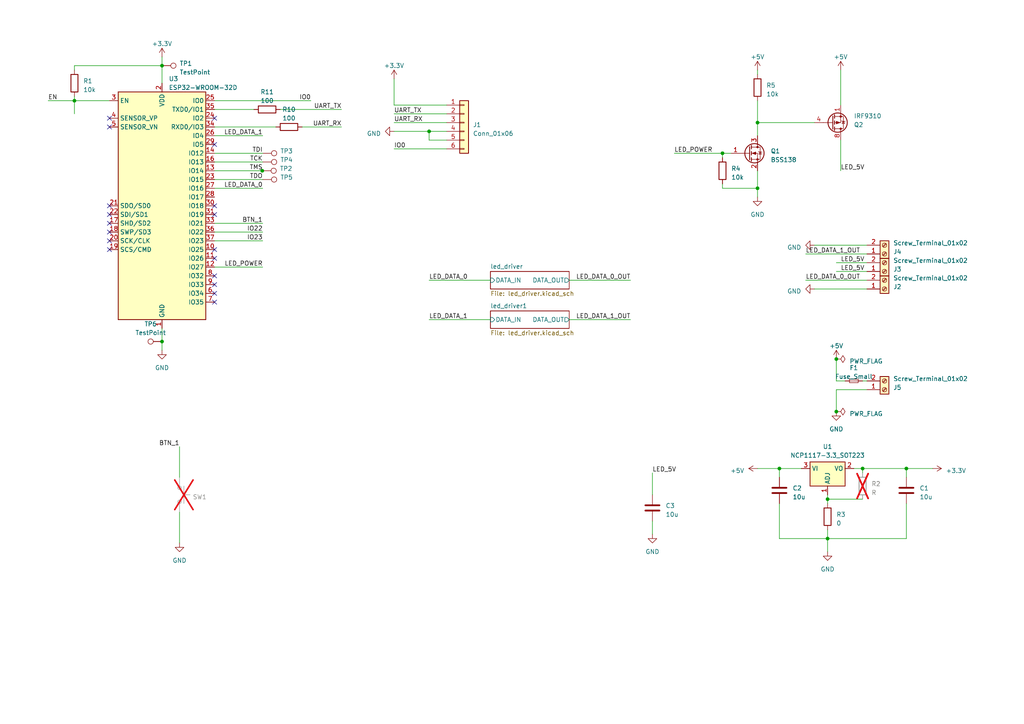
<source format=kicad_sch>
(kicad_sch (version 20230121) (generator eeschema)

  (uuid 3e37c0d9-ff36-4c52-a2ac-da84308d4625)

  (paper "A4")

  (lib_symbols
    (symbol "Connector:Screw_Terminal_01x02" (pin_names (offset 1.016) hide) (in_bom yes) (on_board yes)
      (property "Reference" "J" (at 0 2.54 0)
        (effects (font (size 1.27 1.27)))
      )
      (property "Value" "Screw_Terminal_01x02" (at 0 -5.08 0)
        (effects (font (size 1.27 1.27)))
      )
      (property "Footprint" "" (at 0 0 0)
        (effects (font (size 1.27 1.27)) hide)
      )
      (property "Datasheet" "~" (at 0 0 0)
        (effects (font (size 1.27 1.27)) hide)
      )
      (property "ki_keywords" "screw terminal" (at 0 0 0)
        (effects (font (size 1.27 1.27)) hide)
      )
      (property "ki_description" "Generic screw terminal, single row, 01x02, script generated (kicad-library-utils/schlib/autogen/connector/)" (at 0 0 0)
        (effects (font (size 1.27 1.27)) hide)
      )
      (property "ki_fp_filters" "TerminalBlock*:*" (at 0 0 0)
        (effects (font (size 1.27 1.27)) hide)
      )
      (symbol "Screw_Terminal_01x02_1_1"
        (rectangle (start -1.27 1.27) (end 1.27 -3.81)
          (stroke (width 0.254) (type default))
          (fill (type background))
        )
        (circle (center 0 -2.54) (radius 0.635)
          (stroke (width 0.1524) (type default))
          (fill (type none))
        )
        (polyline
          (pts
            (xy -0.5334 -2.2098)
            (xy 0.3302 -3.048)
          )
          (stroke (width 0.1524) (type default))
          (fill (type none))
        )
        (polyline
          (pts
            (xy -0.5334 0.3302)
            (xy 0.3302 -0.508)
          )
          (stroke (width 0.1524) (type default))
          (fill (type none))
        )
        (polyline
          (pts
            (xy -0.3556 -2.032)
            (xy 0.508 -2.8702)
          )
          (stroke (width 0.1524) (type default))
          (fill (type none))
        )
        (polyline
          (pts
            (xy -0.3556 0.508)
            (xy 0.508 -0.3302)
          )
          (stroke (width 0.1524) (type default))
          (fill (type none))
        )
        (circle (center 0 0) (radius 0.635)
          (stroke (width 0.1524) (type default))
          (fill (type none))
        )
        (pin passive line (at -5.08 0 0) (length 3.81)
          (name "Pin_1" (effects (font (size 1.27 1.27))))
          (number "1" (effects (font (size 1.27 1.27))))
        )
        (pin passive line (at -5.08 -2.54 0) (length 3.81)
          (name "Pin_2" (effects (font (size 1.27 1.27))))
          (number "2" (effects (font (size 1.27 1.27))))
        )
      )
    )
    (symbol "Connector:TestPoint" (pin_numbers hide) (pin_names (offset 0.762) hide) (in_bom yes) (on_board yes)
      (property "Reference" "TP" (at 0 6.858 0)
        (effects (font (size 1.27 1.27)))
      )
      (property "Value" "TestPoint" (at 0 5.08 0)
        (effects (font (size 1.27 1.27)))
      )
      (property "Footprint" "" (at 5.08 0 0)
        (effects (font (size 1.27 1.27)) hide)
      )
      (property "Datasheet" "~" (at 5.08 0 0)
        (effects (font (size 1.27 1.27)) hide)
      )
      (property "ki_keywords" "test point tp" (at 0 0 0)
        (effects (font (size 1.27 1.27)) hide)
      )
      (property "ki_description" "test point" (at 0 0 0)
        (effects (font (size 1.27 1.27)) hide)
      )
      (property "ki_fp_filters" "Pin* Test*" (at 0 0 0)
        (effects (font (size 1.27 1.27)) hide)
      )
      (symbol "TestPoint_0_1"
        (circle (center 0 3.302) (radius 0.762)
          (stroke (width 0) (type default))
          (fill (type none))
        )
      )
      (symbol "TestPoint_1_1"
        (pin passive line (at 0 0 90) (length 2.54)
          (name "1" (effects (font (size 1.27 1.27))))
          (number "1" (effects (font (size 1.27 1.27))))
        )
      )
    )
    (symbol "Connector_Generic:Conn_01x06" (pin_names (offset 1.016) hide) (in_bom yes) (on_board yes)
      (property "Reference" "J" (at 0 7.62 0)
        (effects (font (size 1.27 1.27)))
      )
      (property "Value" "Conn_01x06" (at 0 -10.16 0)
        (effects (font (size 1.27 1.27)))
      )
      (property "Footprint" "" (at 0 0 0)
        (effects (font (size 1.27 1.27)) hide)
      )
      (property "Datasheet" "~" (at 0 0 0)
        (effects (font (size 1.27 1.27)) hide)
      )
      (property "ki_keywords" "connector" (at 0 0 0)
        (effects (font (size 1.27 1.27)) hide)
      )
      (property "ki_description" "Generic connector, single row, 01x06, script generated (kicad-library-utils/schlib/autogen/connector/)" (at 0 0 0)
        (effects (font (size 1.27 1.27)) hide)
      )
      (property "ki_fp_filters" "Connector*:*_1x??_*" (at 0 0 0)
        (effects (font (size 1.27 1.27)) hide)
      )
      (symbol "Conn_01x06_1_1"
        (rectangle (start -1.27 -7.493) (end 0 -7.747)
          (stroke (width 0.1524) (type default))
          (fill (type none))
        )
        (rectangle (start -1.27 -4.953) (end 0 -5.207)
          (stroke (width 0.1524) (type default))
          (fill (type none))
        )
        (rectangle (start -1.27 -2.413) (end 0 -2.667)
          (stroke (width 0.1524) (type default))
          (fill (type none))
        )
        (rectangle (start -1.27 0.127) (end 0 -0.127)
          (stroke (width 0.1524) (type default))
          (fill (type none))
        )
        (rectangle (start -1.27 2.667) (end 0 2.413)
          (stroke (width 0.1524) (type default))
          (fill (type none))
        )
        (rectangle (start -1.27 5.207) (end 0 4.953)
          (stroke (width 0.1524) (type default))
          (fill (type none))
        )
        (rectangle (start -1.27 6.35) (end 1.27 -8.89)
          (stroke (width 0.254) (type default))
          (fill (type background))
        )
        (pin passive line (at -5.08 5.08 0) (length 3.81)
          (name "Pin_1" (effects (font (size 1.27 1.27))))
          (number "1" (effects (font (size 1.27 1.27))))
        )
        (pin passive line (at -5.08 2.54 0) (length 3.81)
          (name "Pin_2" (effects (font (size 1.27 1.27))))
          (number "2" (effects (font (size 1.27 1.27))))
        )
        (pin passive line (at -5.08 0 0) (length 3.81)
          (name "Pin_3" (effects (font (size 1.27 1.27))))
          (number "3" (effects (font (size 1.27 1.27))))
        )
        (pin passive line (at -5.08 -2.54 0) (length 3.81)
          (name "Pin_4" (effects (font (size 1.27 1.27))))
          (number "4" (effects (font (size 1.27 1.27))))
        )
        (pin passive line (at -5.08 -5.08 0) (length 3.81)
          (name "Pin_5" (effects (font (size 1.27 1.27))))
          (number "5" (effects (font (size 1.27 1.27))))
        )
        (pin passive line (at -5.08 -7.62 0) (length 3.81)
          (name "Pin_6" (effects (font (size 1.27 1.27))))
          (number "6" (effects (font (size 1.27 1.27))))
        )
      )
    )
    (symbol "Device:C" (pin_numbers hide) (pin_names (offset 0.254)) (in_bom yes) (on_board yes)
      (property "Reference" "C" (at 0.635 2.54 0)
        (effects (font (size 1.27 1.27)) (justify left))
      )
      (property "Value" "C" (at 0.635 -2.54 0)
        (effects (font (size 1.27 1.27)) (justify left))
      )
      (property "Footprint" "" (at 0.9652 -3.81 0)
        (effects (font (size 1.27 1.27)) hide)
      )
      (property "Datasheet" "~" (at 0 0 0)
        (effects (font (size 1.27 1.27)) hide)
      )
      (property "ki_keywords" "cap capacitor" (at 0 0 0)
        (effects (font (size 1.27 1.27)) hide)
      )
      (property "ki_description" "Unpolarized capacitor" (at 0 0 0)
        (effects (font (size 1.27 1.27)) hide)
      )
      (property "ki_fp_filters" "C_*" (at 0 0 0)
        (effects (font (size 1.27 1.27)) hide)
      )
      (symbol "C_0_1"
        (polyline
          (pts
            (xy -2.032 -0.762)
            (xy 2.032 -0.762)
          )
          (stroke (width 0.508) (type default))
          (fill (type none))
        )
        (polyline
          (pts
            (xy -2.032 0.762)
            (xy 2.032 0.762)
          )
          (stroke (width 0.508) (type default))
          (fill (type none))
        )
      )
      (symbol "C_1_1"
        (pin passive line (at 0 3.81 270) (length 2.794)
          (name "~" (effects (font (size 1.27 1.27))))
          (number "1" (effects (font (size 1.27 1.27))))
        )
        (pin passive line (at 0 -3.81 90) (length 2.794)
          (name "~" (effects (font (size 1.27 1.27))))
          (number "2" (effects (font (size 1.27 1.27))))
        )
      )
    )
    (symbol "Device:Fuse_Small" (pin_numbers hide) (pin_names (offset 0.254) hide) (in_bom yes) (on_board yes)
      (property "Reference" "F" (at 0 -1.524 0)
        (effects (font (size 1.27 1.27)))
      )
      (property "Value" "Fuse_Small" (at 0 1.524 0)
        (effects (font (size 1.27 1.27)))
      )
      (property "Footprint" "" (at 0 0 0)
        (effects (font (size 1.27 1.27)) hide)
      )
      (property "Datasheet" "~" (at 0 0 0)
        (effects (font (size 1.27 1.27)) hide)
      )
      (property "ki_keywords" "fuse" (at 0 0 0)
        (effects (font (size 1.27 1.27)) hide)
      )
      (property "ki_description" "Fuse, small symbol" (at 0 0 0)
        (effects (font (size 1.27 1.27)) hide)
      )
      (property "ki_fp_filters" "*Fuse*" (at 0 0 0)
        (effects (font (size 1.27 1.27)) hide)
      )
      (symbol "Fuse_Small_0_1"
        (rectangle (start -1.27 0.508) (end 1.27 -0.508)
          (stroke (width 0) (type default))
          (fill (type none))
        )
        (polyline
          (pts
            (xy -1.27 0)
            (xy 1.27 0)
          )
          (stroke (width 0) (type default))
          (fill (type none))
        )
      )
      (symbol "Fuse_Small_1_1"
        (pin passive line (at -2.54 0 0) (length 1.27)
          (name "~" (effects (font (size 1.27 1.27))))
          (number "1" (effects (font (size 1.27 1.27))))
        )
        (pin passive line (at 2.54 0 180) (length 1.27)
          (name "~" (effects (font (size 1.27 1.27))))
          (number "2" (effects (font (size 1.27 1.27))))
        )
      )
    )
    (symbol "Device:R" (pin_numbers hide) (pin_names (offset 0)) (in_bom yes) (on_board yes)
      (property "Reference" "R" (at 2.032 0 90)
        (effects (font (size 1.27 1.27)))
      )
      (property "Value" "R" (at 0 0 90)
        (effects (font (size 1.27 1.27)))
      )
      (property "Footprint" "" (at -1.778 0 90)
        (effects (font (size 1.27 1.27)) hide)
      )
      (property "Datasheet" "~" (at 0 0 0)
        (effects (font (size 1.27 1.27)) hide)
      )
      (property "ki_keywords" "R res resistor" (at 0 0 0)
        (effects (font (size 1.27 1.27)) hide)
      )
      (property "ki_description" "Resistor" (at 0 0 0)
        (effects (font (size 1.27 1.27)) hide)
      )
      (property "ki_fp_filters" "R_*" (at 0 0 0)
        (effects (font (size 1.27 1.27)) hide)
      )
      (symbol "R_0_1"
        (rectangle (start -1.016 -2.54) (end 1.016 2.54)
          (stroke (width 0.254) (type default))
          (fill (type none))
        )
      )
      (symbol "R_1_1"
        (pin passive line (at 0 3.81 270) (length 1.27)
          (name "~" (effects (font (size 1.27 1.27))))
          (number "1" (effects (font (size 1.27 1.27))))
        )
        (pin passive line (at 0 -3.81 90) (length 1.27)
          (name "~" (effects (font (size 1.27 1.27))))
          (number "2" (effects (font (size 1.27 1.27))))
        )
      )
    )
    (symbol "RF_Module:ESP32-WROOM-32D" (in_bom yes) (on_board yes)
      (property "Reference" "U" (at -12.7 34.29 0)
        (effects (font (size 1.27 1.27)) (justify left))
      )
      (property "Value" "ESP32-WROOM-32D" (at 1.27 34.29 0)
        (effects (font (size 1.27 1.27)) (justify left))
      )
      (property "Footprint" "RF_Module:ESP32-WROOM-32D" (at 16.51 -34.29 0)
        (effects (font (size 1.27 1.27)) hide)
      )
      (property "Datasheet" "https://www.espressif.com/sites/default/files/documentation/esp32-wroom-32d_esp32-wroom-32u_datasheet_en.pdf" (at -7.62 1.27 0)
        (effects (font (size 1.27 1.27)) hide)
      )
      (property "ki_keywords" "RF Radio BT ESP ESP32 Espressif onboard PCB antenna" (at 0 0 0)
        (effects (font (size 1.27 1.27)) hide)
      )
      (property "ki_description" "RF Module, ESP32-D0WD SoC, Wi-Fi 802.11b/g/n, Bluetooth, BLE, 32-bit, 2.7-3.6V, onboard antenna, SMD" (at 0 0 0)
        (effects (font (size 1.27 1.27)) hide)
      )
      (property "ki_fp_filters" "ESP32?WROOM?32D*" (at 0 0 0)
        (effects (font (size 1.27 1.27)) hide)
      )
      (symbol "ESP32-WROOM-32D_0_1"
        (rectangle (start -12.7 33.02) (end 12.7 -33.02)
          (stroke (width 0.254) (type default))
          (fill (type background))
        )
      )
      (symbol "ESP32-WROOM-32D_1_1"
        (pin power_in line (at 0 -35.56 90) (length 2.54)
          (name "GND" (effects (font (size 1.27 1.27))))
          (number "1" (effects (font (size 1.27 1.27))))
        )
        (pin bidirectional line (at 15.24 -12.7 180) (length 2.54)
          (name "IO25" (effects (font (size 1.27 1.27))))
          (number "10" (effects (font (size 1.27 1.27))))
        )
        (pin bidirectional line (at 15.24 -15.24 180) (length 2.54)
          (name "IO26" (effects (font (size 1.27 1.27))))
          (number "11" (effects (font (size 1.27 1.27))))
        )
        (pin bidirectional line (at 15.24 -17.78 180) (length 2.54)
          (name "IO27" (effects (font (size 1.27 1.27))))
          (number "12" (effects (font (size 1.27 1.27))))
        )
        (pin bidirectional line (at 15.24 10.16 180) (length 2.54)
          (name "IO14" (effects (font (size 1.27 1.27))))
          (number "13" (effects (font (size 1.27 1.27))))
        )
        (pin bidirectional line (at 15.24 15.24 180) (length 2.54)
          (name "IO12" (effects (font (size 1.27 1.27))))
          (number "14" (effects (font (size 1.27 1.27))))
        )
        (pin passive line (at 0 -35.56 90) (length 2.54) hide
          (name "GND" (effects (font (size 1.27 1.27))))
          (number "15" (effects (font (size 1.27 1.27))))
        )
        (pin bidirectional line (at 15.24 12.7 180) (length 2.54)
          (name "IO13" (effects (font (size 1.27 1.27))))
          (number "16" (effects (font (size 1.27 1.27))))
        )
        (pin bidirectional line (at -15.24 -5.08 0) (length 2.54)
          (name "SHD/SD2" (effects (font (size 1.27 1.27))))
          (number "17" (effects (font (size 1.27 1.27))))
        )
        (pin bidirectional line (at -15.24 -7.62 0) (length 2.54)
          (name "SWP/SD3" (effects (font (size 1.27 1.27))))
          (number "18" (effects (font (size 1.27 1.27))))
        )
        (pin bidirectional line (at -15.24 -12.7 0) (length 2.54)
          (name "SCS/CMD" (effects (font (size 1.27 1.27))))
          (number "19" (effects (font (size 1.27 1.27))))
        )
        (pin power_in line (at 0 35.56 270) (length 2.54)
          (name "VDD" (effects (font (size 1.27 1.27))))
          (number "2" (effects (font (size 1.27 1.27))))
        )
        (pin bidirectional line (at -15.24 -10.16 0) (length 2.54)
          (name "SCK/CLK" (effects (font (size 1.27 1.27))))
          (number "20" (effects (font (size 1.27 1.27))))
        )
        (pin bidirectional line (at -15.24 0 0) (length 2.54)
          (name "SDO/SD0" (effects (font (size 1.27 1.27))))
          (number "21" (effects (font (size 1.27 1.27))))
        )
        (pin bidirectional line (at -15.24 -2.54 0) (length 2.54)
          (name "SDI/SD1" (effects (font (size 1.27 1.27))))
          (number "22" (effects (font (size 1.27 1.27))))
        )
        (pin bidirectional line (at 15.24 7.62 180) (length 2.54)
          (name "IO15" (effects (font (size 1.27 1.27))))
          (number "23" (effects (font (size 1.27 1.27))))
        )
        (pin bidirectional line (at 15.24 25.4 180) (length 2.54)
          (name "IO2" (effects (font (size 1.27 1.27))))
          (number "24" (effects (font (size 1.27 1.27))))
        )
        (pin bidirectional line (at 15.24 30.48 180) (length 2.54)
          (name "IO0" (effects (font (size 1.27 1.27))))
          (number "25" (effects (font (size 1.27 1.27))))
        )
        (pin bidirectional line (at 15.24 20.32 180) (length 2.54)
          (name "IO4" (effects (font (size 1.27 1.27))))
          (number "26" (effects (font (size 1.27 1.27))))
        )
        (pin bidirectional line (at 15.24 5.08 180) (length 2.54)
          (name "IO16" (effects (font (size 1.27 1.27))))
          (number "27" (effects (font (size 1.27 1.27))))
        )
        (pin bidirectional line (at 15.24 2.54 180) (length 2.54)
          (name "IO17" (effects (font (size 1.27 1.27))))
          (number "28" (effects (font (size 1.27 1.27))))
        )
        (pin bidirectional line (at 15.24 17.78 180) (length 2.54)
          (name "IO5" (effects (font (size 1.27 1.27))))
          (number "29" (effects (font (size 1.27 1.27))))
        )
        (pin input line (at -15.24 30.48 0) (length 2.54)
          (name "EN" (effects (font (size 1.27 1.27))))
          (number "3" (effects (font (size 1.27 1.27))))
        )
        (pin bidirectional line (at 15.24 0 180) (length 2.54)
          (name "IO18" (effects (font (size 1.27 1.27))))
          (number "30" (effects (font (size 1.27 1.27))))
        )
        (pin bidirectional line (at 15.24 -2.54 180) (length 2.54)
          (name "IO19" (effects (font (size 1.27 1.27))))
          (number "31" (effects (font (size 1.27 1.27))))
        )
        (pin no_connect line (at -12.7 -27.94 0) (length 2.54) hide
          (name "NC" (effects (font (size 1.27 1.27))))
          (number "32" (effects (font (size 1.27 1.27))))
        )
        (pin bidirectional line (at 15.24 -5.08 180) (length 2.54)
          (name "IO21" (effects (font (size 1.27 1.27))))
          (number "33" (effects (font (size 1.27 1.27))))
        )
        (pin bidirectional line (at 15.24 22.86 180) (length 2.54)
          (name "RXD0/IO3" (effects (font (size 1.27 1.27))))
          (number "34" (effects (font (size 1.27 1.27))))
        )
        (pin bidirectional line (at 15.24 27.94 180) (length 2.54)
          (name "TXD0/IO1" (effects (font (size 1.27 1.27))))
          (number "35" (effects (font (size 1.27 1.27))))
        )
        (pin bidirectional line (at 15.24 -7.62 180) (length 2.54)
          (name "IO22" (effects (font (size 1.27 1.27))))
          (number "36" (effects (font (size 1.27 1.27))))
        )
        (pin bidirectional line (at 15.24 -10.16 180) (length 2.54)
          (name "IO23" (effects (font (size 1.27 1.27))))
          (number "37" (effects (font (size 1.27 1.27))))
        )
        (pin passive line (at 0 -35.56 90) (length 2.54) hide
          (name "GND" (effects (font (size 1.27 1.27))))
          (number "38" (effects (font (size 1.27 1.27))))
        )
        (pin passive line (at 0 -35.56 90) (length 2.54) hide
          (name "GND" (effects (font (size 1.27 1.27))))
          (number "39" (effects (font (size 1.27 1.27))))
        )
        (pin input line (at -15.24 25.4 0) (length 2.54)
          (name "SENSOR_VP" (effects (font (size 1.27 1.27))))
          (number "4" (effects (font (size 1.27 1.27))))
        )
        (pin input line (at -15.24 22.86 0) (length 2.54)
          (name "SENSOR_VN" (effects (font (size 1.27 1.27))))
          (number "5" (effects (font (size 1.27 1.27))))
        )
        (pin input line (at 15.24 -25.4 180) (length 2.54)
          (name "IO34" (effects (font (size 1.27 1.27))))
          (number "6" (effects (font (size 1.27 1.27))))
        )
        (pin input line (at 15.24 -27.94 180) (length 2.54)
          (name "IO35" (effects (font (size 1.27 1.27))))
          (number "7" (effects (font (size 1.27 1.27))))
        )
        (pin bidirectional line (at 15.24 -20.32 180) (length 2.54)
          (name "IO32" (effects (font (size 1.27 1.27))))
          (number "8" (effects (font (size 1.27 1.27))))
        )
        (pin bidirectional line (at 15.24 -22.86 180) (length 2.54)
          (name "IO33" (effects (font (size 1.27 1.27))))
          (number "9" (effects (font (size 1.27 1.27))))
        )
      )
    )
    (symbol "Regulator_Linear:NCP1117-ADJ_SOT223" (in_bom yes) (on_board yes)
      (property "Reference" "U" (at -3.81 3.175 0)
        (effects (font (size 1.27 1.27)))
      )
      (property "Value" "NCP1117-ADJ_SOT223" (at 0 3.175 0)
        (effects (font (size 1.27 1.27)) (justify left))
      )
      (property "Footprint" "Package_TO_SOT_SMD:SOT-223-3_TabPin2" (at 0 5.08 0)
        (effects (font (size 1.27 1.27)) hide)
      )
      (property "Datasheet" "http://www.onsemi.com/pub_link/Collateral/NCP1117-D.PDF" (at 2.54 -6.35 0)
        (effects (font (size 1.27 1.27)) hide)
      )
      (property "ki_keywords" "REGULATOR LDO 12V" (at 0 0 0)
        (effects (font (size 1.27 1.27)) hide)
      )
      (property "ki_description" "1A Low drop-out regulator, Adjustable Output 1.25 - 18.8V, SOT-223" (at 0 0 0)
        (effects (font (size 1.27 1.27)) hide)
      )
      (property "ki_fp_filters" "SOT?223*TabPin2*" (at 0 0 0)
        (effects (font (size 1.27 1.27)) hide)
      )
      (symbol "NCP1117-ADJ_SOT223_0_1"
        (rectangle (start -5.08 -5.08) (end 5.08 1.905)
          (stroke (width 0.254) (type default))
          (fill (type background))
        )
      )
      (symbol "NCP1117-ADJ_SOT223_1_1"
        (pin input line (at 0 -7.62 90) (length 2.54)
          (name "ADJ" (effects (font (size 1.27 1.27))))
          (number "1" (effects (font (size 1.27 1.27))))
        )
        (pin power_out line (at 7.62 0 180) (length 2.54)
          (name "VO" (effects (font (size 1.27 1.27))))
          (number "2" (effects (font (size 1.27 1.27))))
        )
        (pin power_in line (at -7.62 0 0) (length 2.54)
          (name "VI" (effects (font (size 1.27 1.27))))
          (number "3" (effects (font (size 1.27 1.27))))
        )
      )
    )
    (symbol "Switch:SW_Push" (pin_numbers hide) (pin_names (offset 1.016) hide) (in_bom yes) (on_board yes)
      (property "Reference" "SW" (at 1.27 2.54 0)
        (effects (font (size 1.27 1.27)) (justify left))
      )
      (property "Value" "SW_Push" (at 0 -1.524 0)
        (effects (font (size 1.27 1.27)))
      )
      (property "Footprint" "" (at 0 5.08 0)
        (effects (font (size 1.27 1.27)) hide)
      )
      (property "Datasheet" "~" (at 0 5.08 0)
        (effects (font (size 1.27 1.27)) hide)
      )
      (property "ki_keywords" "switch normally-open pushbutton push-button" (at 0 0 0)
        (effects (font (size 1.27 1.27)) hide)
      )
      (property "ki_description" "Push button switch, generic, two pins" (at 0 0 0)
        (effects (font (size 1.27 1.27)) hide)
      )
      (symbol "SW_Push_0_1"
        (circle (center -2.032 0) (radius 0.508)
          (stroke (width 0) (type default))
          (fill (type none))
        )
        (polyline
          (pts
            (xy 0 1.27)
            (xy 0 3.048)
          )
          (stroke (width 0) (type default))
          (fill (type none))
        )
        (polyline
          (pts
            (xy 2.54 1.27)
            (xy -2.54 1.27)
          )
          (stroke (width 0) (type default))
          (fill (type none))
        )
        (circle (center 2.032 0) (radius 0.508)
          (stroke (width 0) (type default))
          (fill (type none))
        )
        (pin passive line (at -5.08 0 0) (length 2.54)
          (name "1" (effects (font (size 1.27 1.27))))
          (number "1" (effects (font (size 1.27 1.27))))
        )
        (pin passive line (at 5.08 0 180) (length 2.54)
          (name "2" (effects (font (size 1.27 1.27))))
          (number "2" (effects (font (size 1.27 1.27))))
        )
      )
    )
    (symbol "Transistor_FET:BSS138" (pin_names hide) (in_bom yes) (on_board yes)
      (property "Reference" "Q" (at 5.08 1.905 0)
        (effects (font (size 1.27 1.27)) (justify left))
      )
      (property "Value" "BSS138" (at 5.08 0 0)
        (effects (font (size 1.27 1.27)) (justify left))
      )
      (property "Footprint" "Package_TO_SOT_SMD:SOT-23" (at 5.08 -1.905 0)
        (effects (font (size 1.27 1.27) italic) (justify left) hide)
      )
      (property "Datasheet" "https://www.onsemi.com/pub/Collateral/BSS138-D.PDF" (at 0 0 0)
        (effects (font (size 1.27 1.27)) (justify left) hide)
      )
      (property "ki_keywords" "N-Channel MOSFET" (at 0 0 0)
        (effects (font (size 1.27 1.27)) hide)
      )
      (property "ki_description" "50V Vds, 0.22A Id, N-Channel MOSFET, SOT-23" (at 0 0 0)
        (effects (font (size 1.27 1.27)) hide)
      )
      (property "ki_fp_filters" "SOT?23*" (at 0 0 0)
        (effects (font (size 1.27 1.27)) hide)
      )
      (symbol "BSS138_0_1"
        (polyline
          (pts
            (xy 0.254 0)
            (xy -2.54 0)
          )
          (stroke (width 0) (type default))
          (fill (type none))
        )
        (polyline
          (pts
            (xy 0.254 1.905)
            (xy 0.254 -1.905)
          )
          (stroke (width 0.254) (type default))
          (fill (type none))
        )
        (polyline
          (pts
            (xy 0.762 -1.27)
            (xy 0.762 -2.286)
          )
          (stroke (width 0.254) (type default))
          (fill (type none))
        )
        (polyline
          (pts
            (xy 0.762 0.508)
            (xy 0.762 -0.508)
          )
          (stroke (width 0.254) (type default))
          (fill (type none))
        )
        (polyline
          (pts
            (xy 0.762 2.286)
            (xy 0.762 1.27)
          )
          (stroke (width 0.254) (type default))
          (fill (type none))
        )
        (polyline
          (pts
            (xy 2.54 2.54)
            (xy 2.54 1.778)
          )
          (stroke (width 0) (type default))
          (fill (type none))
        )
        (polyline
          (pts
            (xy 2.54 -2.54)
            (xy 2.54 0)
            (xy 0.762 0)
          )
          (stroke (width 0) (type default))
          (fill (type none))
        )
        (polyline
          (pts
            (xy 0.762 -1.778)
            (xy 3.302 -1.778)
            (xy 3.302 1.778)
            (xy 0.762 1.778)
          )
          (stroke (width 0) (type default))
          (fill (type none))
        )
        (polyline
          (pts
            (xy 1.016 0)
            (xy 2.032 0.381)
            (xy 2.032 -0.381)
            (xy 1.016 0)
          )
          (stroke (width 0) (type default))
          (fill (type outline))
        )
        (polyline
          (pts
            (xy 2.794 0.508)
            (xy 2.921 0.381)
            (xy 3.683 0.381)
            (xy 3.81 0.254)
          )
          (stroke (width 0) (type default))
          (fill (type none))
        )
        (polyline
          (pts
            (xy 3.302 0.381)
            (xy 2.921 -0.254)
            (xy 3.683 -0.254)
            (xy 3.302 0.381)
          )
          (stroke (width 0) (type default))
          (fill (type none))
        )
        (circle (center 1.651 0) (radius 2.794)
          (stroke (width 0.254) (type default))
          (fill (type none))
        )
        (circle (center 2.54 -1.778) (radius 0.254)
          (stroke (width 0) (type default))
          (fill (type outline))
        )
        (circle (center 2.54 1.778) (radius 0.254)
          (stroke (width 0) (type default))
          (fill (type outline))
        )
      )
      (symbol "BSS138_1_1"
        (pin input line (at -5.08 0 0) (length 2.54)
          (name "G" (effects (font (size 1.27 1.27))))
          (number "1" (effects (font (size 1.27 1.27))))
        )
        (pin passive line (at 2.54 -5.08 90) (length 2.54)
          (name "S" (effects (font (size 1.27 1.27))))
          (number "2" (effects (font (size 1.27 1.27))))
        )
        (pin passive line (at 2.54 5.08 270) (length 2.54)
          (name "D" (effects (font (size 1.27 1.27))))
          (number "3" (effects (font (size 1.27 1.27))))
        )
      )
    )
    (symbol "Transistor_FET:IRF7404" (pin_names hide) (in_bom yes) (on_board yes)
      (property "Reference" "Q" (at 5.08 1.905 0)
        (effects (font (size 1.27 1.27)) (justify left))
      )
      (property "Value" "IRF7404" (at 5.08 0 0)
        (effects (font (size 1.27 1.27)) (justify left))
      )
      (property "Footprint" "Package_SO:SOIC-8_3.9x4.9mm_P1.27mm" (at 5.08 -1.905 0)
        (effects (font (size 1.27 1.27) italic) (justify left) hide)
      )
      (property "Datasheet" "http://www.infineon.com/dgdl/irf7404.pdf?fileId=5546d462533600a4015355fa2b5b1b9e" (at 0 0 90)
        (effects (font (size 1.27 1.27)) (justify left) hide)
      )
      (property "ki_keywords" "P-Channel MOSFET" (at 0 0 0)
        (effects (font (size 1.27 1.27)) hide)
      )
      (property "ki_description" "-6.7A Id, -20V Vds, P-Channel HEXFET Power MOSFET, SO-8" (at 0 0 0)
        (effects (font (size 1.27 1.27)) hide)
      )
      (property "ki_fp_filters" "SOIC*3.9x4.9mm*P1.27mm*" (at 0 0 0)
        (effects (font (size 1.27 1.27)) hide)
      )
      (symbol "IRF7404_0_1"
        (polyline
          (pts
            (xy 0.254 0)
            (xy -2.54 0)
          )
          (stroke (width 0) (type default))
          (fill (type none))
        )
        (polyline
          (pts
            (xy 0.254 1.905)
            (xy 0.254 -1.905)
          )
          (stroke (width 0.254) (type default))
          (fill (type none))
        )
        (polyline
          (pts
            (xy 0.762 -1.27)
            (xy 0.762 -2.286)
          )
          (stroke (width 0.254) (type default))
          (fill (type none))
        )
        (polyline
          (pts
            (xy 0.762 0.508)
            (xy 0.762 -0.508)
          )
          (stroke (width 0.254) (type default))
          (fill (type none))
        )
        (polyline
          (pts
            (xy 0.762 2.286)
            (xy 0.762 1.27)
          )
          (stroke (width 0.254) (type default))
          (fill (type none))
        )
        (polyline
          (pts
            (xy 2.54 2.54)
            (xy 2.54 1.778)
          )
          (stroke (width 0) (type default))
          (fill (type none))
        )
        (polyline
          (pts
            (xy 2.54 -2.54)
            (xy 2.54 0)
            (xy 0.762 0)
          )
          (stroke (width 0) (type default))
          (fill (type none))
        )
        (polyline
          (pts
            (xy 0.762 1.778)
            (xy 3.302 1.778)
            (xy 3.302 -1.778)
            (xy 0.762 -1.778)
          )
          (stroke (width 0) (type default))
          (fill (type none))
        )
        (polyline
          (pts
            (xy 2.286 0)
            (xy 1.27 0.381)
            (xy 1.27 -0.381)
            (xy 2.286 0)
          )
          (stroke (width 0) (type default))
          (fill (type outline))
        )
        (polyline
          (pts
            (xy 2.794 -0.508)
            (xy 2.921 -0.381)
            (xy 3.683 -0.381)
            (xy 3.81 -0.254)
          )
          (stroke (width 0) (type default))
          (fill (type none))
        )
        (polyline
          (pts
            (xy 3.302 -0.381)
            (xy 2.921 0.254)
            (xy 3.683 0.254)
            (xy 3.302 -0.381)
          )
          (stroke (width 0) (type default))
          (fill (type none))
        )
        (circle (center 1.651 0) (radius 2.794)
          (stroke (width 0.254) (type default))
          (fill (type none))
        )
        (circle (center 2.54 -1.778) (radius 0.254)
          (stroke (width 0) (type default))
          (fill (type outline))
        )
        (circle (center 2.54 1.778) (radius 0.254)
          (stroke (width 0) (type default))
          (fill (type outline))
        )
      )
      (symbol "IRF7404_1_1"
        (pin passive line (at 2.54 -5.08 90) (length 2.54)
          (name "S" (effects (font (size 1.27 1.27))))
          (number "1" (effects (font (size 1.27 1.27))))
        )
        (pin passive line (at 2.54 -5.08 90) (length 2.54) hide
          (name "S" (effects (font (size 1.27 1.27))))
          (number "2" (effects (font (size 1.27 1.27))))
        )
        (pin passive line (at 2.54 -5.08 90) (length 2.54) hide
          (name "S" (effects (font (size 1.27 1.27))))
          (number "3" (effects (font (size 1.27 1.27))))
        )
        (pin passive line (at -5.08 0 0) (length 2.54)
          (name "G" (effects (font (size 1.27 1.27))))
          (number "4" (effects (font (size 1.27 1.27))))
        )
        (pin passive line (at 2.54 5.08 270) (length 2.54) hide
          (name "D" (effects (font (size 1.27 1.27))))
          (number "5" (effects (font (size 1.27 1.27))))
        )
        (pin passive line (at 2.54 5.08 270) (length 2.54) hide
          (name "D" (effects (font (size 1.27 1.27))))
          (number "6" (effects (font (size 1.27 1.27))))
        )
        (pin passive line (at 2.54 5.08 270) (length 2.54) hide
          (name "D" (effects (font (size 1.27 1.27))))
          (number "7" (effects (font (size 1.27 1.27))))
        )
        (pin passive line (at 2.54 5.08 270) (length 2.54)
          (name "D" (effects (font (size 1.27 1.27))))
          (number "8" (effects (font (size 1.27 1.27))))
        )
      )
    )
    (symbol "power:+3.3V" (power) (pin_names (offset 0)) (in_bom yes) (on_board yes)
      (property "Reference" "#PWR" (at 0 -3.81 0)
        (effects (font (size 1.27 1.27)) hide)
      )
      (property "Value" "+3.3V" (at 0 3.556 0)
        (effects (font (size 1.27 1.27)))
      )
      (property "Footprint" "" (at 0 0 0)
        (effects (font (size 1.27 1.27)) hide)
      )
      (property "Datasheet" "" (at 0 0 0)
        (effects (font (size 1.27 1.27)) hide)
      )
      (property "ki_keywords" "global power" (at 0 0 0)
        (effects (font (size 1.27 1.27)) hide)
      )
      (property "ki_description" "Power symbol creates a global label with name \"+3.3V\"" (at 0 0 0)
        (effects (font (size 1.27 1.27)) hide)
      )
      (symbol "+3.3V_0_1"
        (polyline
          (pts
            (xy -0.762 1.27)
            (xy 0 2.54)
          )
          (stroke (width 0) (type default))
          (fill (type none))
        )
        (polyline
          (pts
            (xy 0 0)
            (xy 0 2.54)
          )
          (stroke (width 0) (type default))
          (fill (type none))
        )
        (polyline
          (pts
            (xy 0 2.54)
            (xy 0.762 1.27)
          )
          (stroke (width 0) (type default))
          (fill (type none))
        )
      )
      (symbol "+3.3V_1_1"
        (pin power_in line (at 0 0 90) (length 0) hide
          (name "+3.3V" (effects (font (size 1.27 1.27))))
          (number "1" (effects (font (size 1.27 1.27))))
        )
      )
    )
    (symbol "power:+5V" (power) (pin_names (offset 0)) (in_bom yes) (on_board yes)
      (property "Reference" "#PWR" (at 0 -3.81 0)
        (effects (font (size 1.27 1.27)) hide)
      )
      (property "Value" "+5V" (at 0 3.556 0)
        (effects (font (size 1.27 1.27)))
      )
      (property "Footprint" "" (at 0 0 0)
        (effects (font (size 1.27 1.27)) hide)
      )
      (property "Datasheet" "" (at 0 0 0)
        (effects (font (size 1.27 1.27)) hide)
      )
      (property "ki_keywords" "global power" (at 0 0 0)
        (effects (font (size 1.27 1.27)) hide)
      )
      (property "ki_description" "Power symbol creates a global label with name \"+5V\"" (at 0 0 0)
        (effects (font (size 1.27 1.27)) hide)
      )
      (symbol "+5V_0_1"
        (polyline
          (pts
            (xy -0.762 1.27)
            (xy 0 2.54)
          )
          (stroke (width 0) (type default))
          (fill (type none))
        )
        (polyline
          (pts
            (xy 0 0)
            (xy 0 2.54)
          )
          (stroke (width 0) (type default))
          (fill (type none))
        )
        (polyline
          (pts
            (xy 0 2.54)
            (xy 0.762 1.27)
          )
          (stroke (width 0) (type default))
          (fill (type none))
        )
      )
      (symbol "+5V_1_1"
        (pin power_in line (at 0 0 90) (length 0) hide
          (name "+5V" (effects (font (size 1.27 1.27))))
          (number "1" (effects (font (size 1.27 1.27))))
        )
      )
    )
    (symbol "power:GND" (power) (pin_names (offset 0)) (in_bom yes) (on_board yes)
      (property "Reference" "#PWR" (at 0 -6.35 0)
        (effects (font (size 1.27 1.27)) hide)
      )
      (property "Value" "GND" (at 0 -3.81 0)
        (effects (font (size 1.27 1.27)))
      )
      (property "Footprint" "" (at 0 0 0)
        (effects (font (size 1.27 1.27)) hide)
      )
      (property "Datasheet" "" (at 0 0 0)
        (effects (font (size 1.27 1.27)) hide)
      )
      (property "ki_keywords" "global power" (at 0 0 0)
        (effects (font (size 1.27 1.27)) hide)
      )
      (property "ki_description" "Power symbol creates a global label with name \"GND\" , ground" (at 0 0 0)
        (effects (font (size 1.27 1.27)) hide)
      )
      (symbol "GND_0_1"
        (polyline
          (pts
            (xy 0 0)
            (xy 0 -1.27)
            (xy 1.27 -1.27)
            (xy 0 -2.54)
            (xy -1.27 -1.27)
            (xy 0 -1.27)
          )
          (stroke (width 0) (type default))
          (fill (type none))
        )
      )
      (symbol "GND_1_1"
        (pin power_in line (at 0 0 270) (length 0) hide
          (name "GND" (effects (font (size 1.27 1.27))))
          (number "1" (effects (font (size 1.27 1.27))))
        )
      )
    )
    (symbol "power:PWR_FLAG" (power) (pin_numbers hide) (pin_names (offset 0) hide) (in_bom yes) (on_board yes)
      (property "Reference" "#FLG" (at 0 1.905 0)
        (effects (font (size 1.27 1.27)) hide)
      )
      (property "Value" "PWR_FLAG" (at 0 3.81 0)
        (effects (font (size 1.27 1.27)))
      )
      (property "Footprint" "" (at 0 0 0)
        (effects (font (size 1.27 1.27)) hide)
      )
      (property "Datasheet" "~" (at 0 0 0)
        (effects (font (size 1.27 1.27)) hide)
      )
      (property "ki_keywords" "flag power" (at 0 0 0)
        (effects (font (size 1.27 1.27)) hide)
      )
      (property "ki_description" "Special symbol for telling ERC where power comes from" (at 0 0 0)
        (effects (font (size 1.27 1.27)) hide)
      )
      (symbol "PWR_FLAG_0_0"
        (pin power_out line (at 0 0 90) (length 0)
          (name "pwr" (effects (font (size 1.27 1.27))))
          (number "1" (effects (font (size 1.27 1.27))))
        )
      )
      (symbol "PWR_FLAG_0_1"
        (polyline
          (pts
            (xy 0 0)
            (xy 0 1.27)
            (xy -1.016 1.905)
            (xy 0 2.54)
            (xy 1.016 1.905)
            (xy 0 1.27)
          )
          (stroke (width 0) (type default))
          (fill (type none))
        )
      )
    )
  )

  (junction (at 242.57 104.14) (diameter 0) (color 0 0 0 0)
    (uuid 0f57ebbc-29ec-4c7b-bd00-65041d344c5b)
  )
  (junction (at 250.19 135.89) (diameter 0) (color 0 0 0 0)
    (uuid 2b101799-6ede-4283-bd26-8da160792d9c)
  )
  (junction (at 46.99 99.06) (diameter 0) (color 0 0 0 0)
    (uuid 2e7c4cd3-e92a-46db-a7d5-d3d53c485994)
  )
  (junction (at 240.03 144.78) (diameter 0) (color 0 0 0 0)
    (uuid 49e7b095-c5c8-436a-ad85-b3f3efaf7393)
  )
  (junction (at 240.03 156.21) (diameter 0) (color 0 0 0 0)
    (uuid 541b9d75-df1d-49d3-86c0-c1697802c50f)
  )
  (junction (at 76.0648 49.53) (diameter 0) (color 0 0 0 0)
    (uuid 55093344-75ef-477b-a531-11f5af6612f0)
  )
  (junction (at 46.99 19.05) (diameter 0) (color 0 0 0 0)
    (uuid 629c1955-6527-4b1e-90ed-3dfbab7bf92a)
  )
  (junction (at 262.89 135.89) (diameter 0) (color 0 0 0 0)
    (uuid 644b7d94-1685-457f-bf71-28a6b51760dd)
  )
  (junction (at 21.59 29.21) (diameter 0) (color 0 0 0 0)
    (uuid 679024bf-67ab-4a6f-8e32-233d15617e11)
  )
  (junction (at 124.46 38.1) (diameter 0) (color 0 0 0 0)
    (uuid 99d3f475-22fa-4d1c-8a87-fa2465f5018a)
  )
  (junction (at 226.06 135.89) (diameter 0) (color 0 0 0 0)
    (uuid a95521c7-8c77-45ff-90fa-51272062b1b8)
  )
  (junction (at 242.57 119.38) (diameter 0) (color 0 0 0 0)
    (uuid c2379554-78d1-4102-bd94-59f5710e6400)
  )
  (junction (at 219.71 54.61) (diameter 0) (color 0 0 0 0)
    (uuid e73a1871-a892-47c3-98da-0a1a44b1376c)
  )
  (junction (at 209.55 44.45) (diameter 0) (color 0 0 0 0)
    (uuid efa33858-a7ba-42bb-929b-d7d144dd2671)
  )
  (junction (at 219.71 35.56) (diameter 0) (color 0 0 0 0)
    (uuid fd95b8ff-106c-45bd-a85a-6dfc2863e69b)
  )

  (no_connect (at 62.23 34.29) (uuid 0c8f2c5b-3504-4d4e-b5e2-64ffea3ffebb))
  (no_connect (at 62.23 80.01) (uuid 17bd6761-9279-4bea-b52e-5f539a52e844))
  (no_connect (at 62.23 59.69) (uuid 254d34c8-57e3-46c9-929f-c64d17f7bcdf))
  (no_connect (at 31.75 62.23) (uuid 3bbde5ad-b577-4fb7-b0a6-b5318cb00134))
  (no_connect (at 62.23 85.09) (uuid 41b84455-9a69-4621-8a93-1f3bed707e09))
  (no_connect (at 31.75 67.31) (uuid 639fac35-38cb-4c33-a473-e8c82ce36253))
  (no_connect (at 31.75 64.77) (uuid 7d3d0afa-46aa-4125-9106-9452da051ee8))
  (no_connect (at 62.23 82.55) (uuid 8ed3d050-7d10-40a6-a887-d3a24f54d90f))
  (no_connect (at 31.75 69.85) (uuid 8f96fb8f-d303-4da2-8e32-ac1012e97fdc))
  (no_connect (at 31.75 72.39) (uuid 9f9ca260-ed1a-468c-bebb-d51e2c6cd17e))
  (no_connect (at 62.23 41.91) (uuid a853aa6b-a157-4798-859f-f1eae29fb20e))
  (no_connect (at 62.23 62.23) (uuid d104f21c-8226-4663-bcc6-9c35be000f6f))
  (no_connect (at 62.23 74.93) (uuid da912291-a374-446c-a9c3-e37f3b1d5b2e))
  (no_connect (at 31.75 59.69) (uuid e256de14-8309-4363-b612-82346958c58a))
  (no_connect (at 31.75 34.29) (uuid e3eacf75-de2e-4dee-8e18-7fc21b183d32))
  (no_connect (at 62.23 87.63) (uuid ebb0ae0e-9427-4c4a-94ce-5b93762af7be))
  (no_connect (at 31.75 36.83) (uuid ed3412c1-0708-492f-b958-467630bd55c9))
  (no_connect (at 62.23 72.39) (uuid f31646ae-6ec4-4f65-b915-823094a9b05a))

  (wire (pts (xy 46.99 16.51) (xy 46.99 19.05))
    (stroke (width 0) (type default))
    (uuid 03ebc42b-8c19-406b-84df-926ab026afbc)
  )
  (wire (pts (xy 165.1 92.71) (xy 182.88 92.71))
    (stroke (width 0) (type default))
    (uuid 04e882b5-7a29-4978-abab-afe65d86631a)
  )
  (wire (pts (xy 21.59 27.94) (xy 21.59 29.21))
    (stroke (width 0) (type default))
    (uuid 0962eed8-be29-43d4-a93b-50303c674598)
  )
  (wire (pts (xy 129.54 40.64) (xy 124.46 40.64))
    (stroke (width 0) (type default))
    (uuid 0a7c731f-4931-4f8a-b24d-78d78d096c3b)
  )
  (wire (pts (xy 250.19 135.89) (xy 250.19 137.16))
    (stroke (width 0) (type default))
    (uuid 0feb3114-93d3-408a-936a-63d137bbd56e)
  )
  (wire (pts (xy 219.71 49.53) (xy 219.71 54.61))
    (stroke (width 0) (type default))
    (uuid 10a207a2-39f0-4d2a-af70-d11b3ba36057)
  )
  (wire (pts (xy 46.99 99.06) (xy 46.99 101.6))
    (stroke (width 0) (type default))
    (uuid 128dfb83-7f1b-4a3a-a480-0aa82f2cde05)
  )
  (wire (pts (xy 189.23 151.13) (xy 189.23 154.94))
    (stroke (width 0) (type default))
    (uuid 12bc6c3d-db66-46ce-b09e-34a3c6f9aac2)
  )
  (wire (pts (xy 124.46 40.64) (xy 124.46 38.1))
    (stroke (width 0) (type default))
    (uuid 13c191ce-c5d5-4c73-8709-b1b12d607d88)
  )
  (wire (pts (xy 21.59 29.21) (xy 21.59 33.02))
    (stroke (width 0) (type default))
    (uuid 1604c069-1f17-4e44-9e8b-1436b230b1e2)
  )
  (wire (pts (xy 124.46 92.71) (xy 142.24 92.71))
    (stroke (width 0) (type default))
    (uuid 1cd94b2b-41ad-4e5e-899f-fdd6b79d3104)
  )
  (wire (pts (xy 209.55 44.45) (xy 212.09 44.45))
    (stroke (width 0) (type default))
    (uuid 1db5d3ce-c8f3-4ac7-b299-71a79411c277)
  )
  (wire (pts (xy 240.03 153.67) (xy 240.03 156.21))
    (stroke (width 0) (type default))
    (uuid 20d7716d-29eb-4f3d-b914-9a6208362b97)
  )
  (wire (pts (xy 242.57 113.03) (xy 242.57 119.38))
    (stroke (width 0) (type default))
    (uuid 236cffba-9fde-4c14-8341-9d2bbb5ac03f)
  )
  (wire (pts (xy 250.19 110.49) (xy 251.46 110.49))
    (stroke (width 0) (type default))
    (uuid 2525268d-509e-43c9-b58a-2286d0959f87)
  )
  (wire (pts (xy 46.99 19.05) (xy 21.59 19.05))
    (stroke (width 0) (type default))
    (uuid 2649f415-9cef-4a6d-9438-d828dc56ce50)
  )
  (wire (pts (xy 114.3 35.56) (xy 129.54 35.56))
    (stroke (width 0) (type default))
    (uuid 29bbdfde-eef9-42c4-b5b8-f6e612acbdc8)
  )
  (wire (pts (xy 114.3 38.1) (xy 124.46 38.1))
    (stroke (width 0) (type default))
    (uuid 29f553c3-c9fb-488f-8cfa-7530c1de3bf8)
  )
  (wire (pts (xy 219.71 35.56) (xy 236.22 35.56))
    (stroke (width 0) (type default))
    (uuid 30051b8c-6625-4160-9309-707e14fe6caf)
  )
  (wire (pts (xy 76.2 39.37) (xy 62.23 39.37))
    (stroke (width 0) (type default))
    (uuid 37806321-d06b-4bce-ae98-de4205dff49e)
  )
  (wire (pts (xy 226.06 156.21) (xy 240.03 156.21))
    (stroke (width 0) (type default))
    (uuid 37f320be-5d17-40d0-a2a5-550876462264)
  )
  (wire (pts (xy 46.99 95.25) (xy 46.99 99.06))
    (stroke (width 0) (type default))
    (uuid 3b3ab4e9-307b-4401-b0b6-950d80779977)
  )
  (wire (pts (xy 165.1 81.28) (xy 182.88 81.28))
    (stroke (width 0) (type default))
    (uuid 3d606d51-62d1-48ea-a657-196ac00b5898)
  )
  (wire (pts (xy 13.97 29.21) (xy 21.59 29.21))
    (stroke (width 0) (type default))
    (uuid 40a5f2ad-def0-4eb2-ae9d-f969d83f03f2)
  )
  (wire (pts (xy 21.59 19.05) (xy 21.59 20.32))
    (stroke (width 0) (type default))
    (uuid 44a6e318-d7fa-4d8b-bb79-b008e7d1ba8a)
  )
  (wire (pts (xy 240.03 143.51) (xy 240.03 144.78))
    (stroke (width 0) (type default))
    (uuid 45b62ee6-3255-4cd3-ba06-4ea63e24cce4)
  )
  (wire (pts (xy 240.03 156.21) (xy 262.89 156.21))
    (stroke (width 0) (type default))
    (uuid 46d4736c-7031-45ba-bf55-6e09281e59e0)
  )
  (wire (pts (xy 209.55 53.34) (xy 209.55 54.61))
    (stroke (width 0) (type default))
    (uuid 4724e4b7-045c-4ecb-a396-1d7077e7c5f5)
  )
  (wire (pts (xy 226.06 146.05) (xy 226.06 156.21))
    (stroke (width 0) (type default))
    (uuid 4aed440d-dcaa-4270-aa28-badd33700a55)
  )
  (wire (pts (xy 242.57 76.2) (xy 251.46 76.2))
    (stroke (width 0) (type default))
    (uuid 51733078-5891-4ecb-92e7-671e1508ddc7)
  )
  (wire (pts (xy 219.71 29.21) (xy 219.71 35.56))
    (stroke (width 0) (type default))
    (uuid 586e7d65-1ee3-462f-afdf-fd49385a63d7)
  )
  (wire (pts (xy 262.89 135.89) (xy 262.89 138.43))
    (stroke (width 0) (type default))
    (uuid 5c9d1165-458d-4fe8-b761-dc951dbe286e)
  )
  (wire (pts (xy 62.23 64.77) (xy 76.2 64.77))
    (stroke (width 0) (type default))
    (uuid 5ccf419e-5a76-4d91-820b-bf95e942d31a)
  )
  (wire (pts (xy 87.63 36.83) (xy 99.06 36.83))
    (stroke (width 0) (type default))
    (uuid 5e700974-f830-4086-9e84-5f35759155f3)
  )
  (wire (pts (xy 195.58 44.45) (xy 209.55 44.45))
    (stroke (width 0) (type default))
    (uuid 6eab146c-47dc-45c6-bfae-621c644df640)
  )
  (wire (pts (xy 62.23 36.83) (xy 80.01 36.83))
    (stroke (width 0) (type default))
    (uuid 6ef4a973-6757-4ddb-93b4-d0d8f11d0352)
  )
  (wire (pts (xy 219.71 135.89) (xy 226.06 135.89))
    (stroke (width 0) (type default))
    (uuid 706534c7-e506-46f0-9a59-31e30d64453e)
  )
  (wire (pts (xy 240.03 156.21) (xy 240.03 160.02))
    (stroke (width 0) (type default))
    (uuid 711f9090-37e1-4989-92c8-f7ddbe9dbaa8)
  )
  (wire (pts (xy 251.46 71.12) (xy 236.22 71.12))
    (stroke (width 0) (type default))
    (uuid 717618b3-f7d0-45c5-9633-d35fc51309af)
  )
  (wire (pts (xy 262.89 156.21) (xy 262.89 146.05))
    (stroke (width 0) (type default))
    (uuid 72beb884-ff88-49a0-891e-b9860af26bb8)
  )
  (wire (pts (xy 46.99 19.05) (xy 46.99 24.13))
    (stroke (width 0) (type default))
    (uuid 7a09f68b-51f2-42ed-8953-f9f588494c75)
  )
  (wire (pts (xy 219.71 35.56) (xy 219.71 39.37))
    (stroke (width 0) (type default))
    (uuid 7d9f0099-ff55-4c13-8784-f06ad7f4a070)
  )
  (wire (pts (xy 62.23 29.21) (xy 90.17 29.21))
    (stroke (width 0) (type default))
    (uuid 7de17212-f3bd-46c4-bb14-29ae9ea297f9)
  )
  (wire (pts (xy 251.46 83.82) (xy 236.22 83.82))
    (stroke (width 0) (type default))
    (uuid 8010a073-d294-4b02-b87d-f459173cb55d)
  )
  (wire (pts (xy 62.23 46.99) (xy 76.2 46.99))
    (stroke (width 0) (type default))
    (uuid 836d2474-23bf-4571-b516-f8a102959493)
  )
  (wire (pts (xy 226.06 135.89) (xy 232.41 135.89))
    (stroke (width 0) (type default))
    (uuid 8816c502-166b-4704-9506-53e84636f99e)
  )
  (wire (pts (xy 21.59 29.21) (xy 31.75 29.21))
    (stroke (width 0) (type default))
    (uuid 8a5987c4-368c-4619-a502-c06e7399d025)
  )
  (wire (pts (xy 242.57 78.74) (xy 251.46 78.74))
    (stroke (width 0) (type default))
    (uuid 8ff73a03-ff60-4d94-9559-e17a13e5b977)
  )
  (wire (pts (xy 62.23 69.85) (xy 76.2 69.85))
    (stroke (width 0) (type default))
    (uuid 96f30592-2e52-4e89-9d8d-aabb7003bcab)
  )
  (wire (pts (xy 250.19 135.89) (xy 262.89 135.89))
    (stroke (width 0) (type default))
    (uuid 9a748052-9962-46f6-9f41-faf4ece81b05)
  )
  (wire (pts (xy 114.3 33.02) (xy 129.54 33.02))
    (stroke (width 0) (type default))
    (uuid 9da54af5-e5e7-439a-a8f7-1dcf6200f876)
  )
  (wire (pts (xy 62.23 49.53) (xy 76.0648 49.53))
    (stroke (width 0) (type default))
    (uuid ab2f4169-066b-4530-b617-a9a6dc0f9e75)
  )
  (wire (pts (xy 243.84 40.64) (xy 243.84 49.53))
    (stroke (width 0) (type default))
    (uuid ad73b3ef-60ac-4387-846f-6bfa0589d020)
  )
  (wire (pts (xy 262.89 135.89) (xy 270.51 135.89))
    (stroke (width 0) (type default))
    (uuid af427626-4754-4efb-b185-afc57b1ba963)
  )
  (wire (pts (xy 81.28 31.75) (xy 99.06 31.75))
    (stroke (width 0) (type default))
    (uuid b04dd722-4add-4a39-9748-b5dd471c527d)
  )
  (wire (pts (xy 124.46 38.1) (xy 129.54 38.1))
    (stroke (width 0) (type default))
    (uuid b77ac736-0e33-4a5a-9246-314c5433de30)
  )
  (wire (pts (xy 247.65 135.89) (xy 250.19 135.89))
    (stroke (width 0) (type default))
    (uuid b81bf26b-8d9c-4bd9-8a05-8748f0263103)
  )
  (wire (pts (xy 52.07 148.59) (xy 52.07 157.48))
    (stroke (width 0) (type default))
    (uuid bd00ec38-c8ee-4304-8631-bd771b0ad878)
  )
  (wire (pts (xy 209.55 54.61) (xy 219.71 54.61))
    (stroke (width 0) (type default))
    (uuid bd14fc75-e3e6-480b-be72-26c334a2a806)
  )
  (wire (pts (xy 240.03 144.78) (xy 250.19 144.78))
    (stroke (width 0) (type default))
    (uuid be144288-896f-44fb-8ba6-10d213212f81)
  )
  (wire (pts (xy 62.23 54.61) (xy 76.2 54.61))
    (stroke (width 0) (type default))
    (uuid be5705a4-a30b-4cb5-a871-36953d5f00a6)
  )
  (wire (pts (xy 233.68 81.28) (xy 251.46 81.28))
    (stroke (width 0) (type default))
    (uuid befd2fb3-eb43-42a7-a767-f9b6bed5818b)
  )
  (wire (pts (xy 62.23 67.31) (xy 76.2 67.31))
    (stroke (width 0) (type default))
    (uuid c03c1939-8122-4a83-8cf4-e5b5874e2bc0)
  )
  (wire (pts (xy 209.55 44.45) (xy 209.55 45.72))
    (stroke (width 0) (type default))
    (uuid c0608f3c-e753-4c1c-95f3-2396897ae845)
  )
  (wire (pts (xy 240.03 144.78) (xy 240.03 146.05))
    (stroke (width 0) (type default))
    (uuid c2775b3a-9a2a-48e3-86f0-1bd1bdbd7db3)
  )
  (wire (pts (xy 219.71 20.32) (xy 219.71 21.59))
    (stroke (width 0) (type default))
    (uuid c4ca3f86-2d71-43f6-903e-c7d3b360d377)
  )
  (wire (pts (xy 233.68 73.66) (xy 251.46 73.66))
    (stroke (width 0) (type default))
    (uuid ca02c7e6-7e82-4c4a-a7a5-a3c2b27d78e4)
  )
  (wire (pts (xy 243.84 20.32) (xy 243.84 30.48))
    (stroke (width 0) (type default))
    (uuid ce283cbf-f2e4-49db-b167-8818e3f5c766)
  )
  (wire (pts (xy 62.23 31.75) (xy 73.66 31.75))
    (stroke (width 0) (type default))
    (uuid cf0ae096-6295-4bd2-bf42-1a81d47e7607)
  )
  (wire (pts (xy 114.3 30.48) (xy 129.54 30.48))
    (stroke (width 0) (type default))
    (uuid d9b248cd-6b9e-415c-8d79-f5e8a6e7a1d4)
  )
  (wire (pts (xy 129.54 43.18) (xy 114.3 43.18))
    (stroke (width 0) (type default))
    (uuid dcdc94f1-9298-4e69-919d-93b914e5eff3)
  )
  (wire (pts (xy 251.46 113.03) (xy 242.57 113.03))
    (stroke (width 0) (type default))
    (uuid de758059-3307-4dbe-a52e-c5c4cd9c79c7)
  )
  (wire (pts (xy 226.06 135.89) (xy 226.06 138.43))
    (stroke (width 0) (type default))
    (uuid e147015e-349f-44c4-a15f-912754b0c042)
  )
  (wire (pts (xy 52.07 129.54) (xy 52.07 138.43))
    (stroke (width 0) (type default))
    (uuid e62490f4-6e26-4641-ac27-0c72dcc2b481)
  )
  (wire (pts (xy 242.57 110.49) (xy 242.57 104.14))
    (stroke (width 0) (type default))
    (uuid e8254c32-7e69-400f-afc8-ea0cb12e25c9)
  )
  (wire (pts (xy 62.23 52.07) (xy 76.2 52.07))
    (stroke (width 0) (type default))
    (uuid e966b155-9ee3-4963-acce-4ce195caa2d8)
  )
  (wire (pts (xy 62.23 77.47) (xy 76.2 77.47))
    (stroke (width 0) (type default))
    (uuid ebae4603-e640-4b4f-85dc-cb83c5d2a8fd)
  )
  (wire (pts (xy 219.71 57.15) (xy 219.71 54.61))
    (stroke (width 0) (type default))
    (uuid f0767a32-5d97-4ca5-9ae1-7ffb1dccc006)
  )
  (wire (pts (xy 62.23 44.45) (xy 76.2 44.45))
    (stroke (width 0) (type default))
    (uuid f0ac101a-2589-44c5-82a6-f10c496f2c8a)
  )
  (wire (pts (xy 76.0648 49.53) (xy 76.2 49.53))
    (stroke (width 0) (type default))
    (uuid f154f9dc-f1f8-43cf-80bd-f4d73d2a0be1)
  )
  (wire (pts (xy 114.3 22.86) (xy 114.3 30.48))
    (stroke (width 0) (type default))
    (uuid f215c60e-68cf-4d2d-a06c-54c1c6230ce2)
  )
  (wire (pts (xy 242.57 110.49) (xy 245.11 110.49))
    (stroke (width 0) (type default))
    (uuid f472957c-e581-4473-9dfb-9fe7b1e7d86c)
  )
  (wire (pts (xy 189.23 137.16) (xy 189.23 143.51))
    (stroke (width 0) (type default))
    (uuid fb3973fb-5bda-4e2b-b450-228f13a7b947)
  )
  (wire (pts (xy 124.46 81.28) (xy 142.24 81.28))
    (stroke (width 0) (type default))
    (uuid fbca05ae-43cd-4a2e-adb4-a0c76e2025b4)
  )

  (label "LED_5V" (at 243.84 76.2 0) (fields_autoplaced)
    (effects (font (size 1.27 1.27)) (justify left bottom))
    (uuid 04deadfb-9812-4779-b357-56823c120f19)
  )
  (label "LED_5V" (at 243.84 49.53 0) (fields_autoplaced)
    (effects (font (size 1.27 1.27)) (justify left bottom))
    (uuid 0d23f45f-ef40-4a68-8b4b-e08ff069409e)
  )
  (label "IO23" (at 76.2 69.85 180) (fields_autoplaced)
    (effects (font (size 1.27 1.27)) (justify right bottom))
    (uuid 0e443d85-ab8f-430f-9e60-70bf5f7dadab)
  )
  (label "LED_DATA_0" (at 76.2 54.61 180) (fields_autoplaced)
    (effects (font (size 1.27 1.27)) (justify right bottom))
    (uuid 11db28f0-ac8d-418a-acad-68e8a11fa055)
  )
  (label "LED_5V" (at 243.84 78.74 0) (fields_autoplaced)
    (effects (font (size 1.27 1.27)) (justify left bottom))
    (uuid 20ff8402-364d-45a8-a36d-946ba140ae64)
  )
  (label "LED_DATA_1" (at 76.2 39.37 180) (fields_autoplaced)
    (effects (font (size 1.27 1.27)) (justify right bottom))
    (uuid 2462ec73-912c-4a89-a937-f14218001c89)
  )
  (label "IO0" (at 114.3 43.18 0) (fields_autoplaced)
    (effects (font (size 1.27 1.27)) (justify left bottom))
    (uuid 2cfa581b-1f26-41b9-b12d-e1459620fa76)
  )
  (label "UART_RX" (at 99.06 36.83 180) (fields_autoplaced)
    (effects (font (size 1.27 1.27)) (justify right bottom))
    (uuid 373380f6-6730-4fb7-bd8c-44cc0cfa3c4a)
  )
  (label "LED_POWER" (at 76.2 77.47 180) (fields_autoplaced)
    (effects (font (size 1.27 1.27)) (justify right bottom))
    (uuid 3cedb153-d505-424e-a17d-f6c57383ea42)
  )
  (label "LED_DATA_1" (at 124.46 92.71 0) (fields_autoplaced)
    (effects (font (size 1.27 1.27)) (justify left bottom))
    (uuid 402e5e8a-1d1d-47cf-8a1a-cb7c98e45cf4)
  )
  (label "LED_DATA_0" (at 124.46 81.28 0) (fields_autoplaced)
    (effects (font (size 1.27 1.27)) (justify left bottom))
    (uuid 4b119518-181b-4b21-9bed-bc961ee53247)
  )
  (label "IO22" (at 76.2 67.31 180) (fields_autoplaced)
    (effects (font (size 1.27 1.27)) (justify right bottom))
    (uuid 52378951-b52a-4984-9468-b041e617c479)
  )
  (label "TMS" (at 76.2 49.53 180) (fields_autoplaced)
    (effects (font (size 1.27 1.27)) (justify right bottom))
    (uuid 5e971790-6794-46ea-a96a-74e21f2d75b8)
  )
  (label "TDI" (at 76.2 44.45 180) (fields_autoplaced)
    (effects (font (size 1.27 1.27)) (justify right bottom))
    (uuid 64f25c3d-e4e0-4847-a403-82ee0f02900a)
  )
  (label "LED_DATA_0_OUT" (at 233.68 81.28 0) (fields_autoplaced)
    (effects (font (size 1.27 1.27)) (justify left bottom))
    (uuid 74dafc33-ba4f-459f-90db-12b76b950ac7)
  )
  (label "BTN_1" (at 76.2 64.77 180) (fields_autoplaced)
    (effects (font (size 1.27 1.27)) (justify right bottom))
    (uuid 791e6be2-8f27-4d71-afb1-b767c7d377a7)
  )
  (label "UART_RX" (at 114.3 35.56 0) (fields_autoplaced)
    (effects (font (size 1.27 1.27)) (justify left bottom))
    (uuid 824a722d-b4e9-4baf-bb82-505e18ed8acb)
  )
  (label "BTN_1" (at 52.07 129.54 180) (fields_autoplaced)
    (effects (font (size 1.27 1.27)) (justify right bottom))
    (uuid 86175aa9-de25-4f1e-b9b6-b43c98245096)
  )
  (label "TDO" (at 76.2 52.07 180) (fields_autoplaced)
    (effects (font (size 1.27 1.27)) (justify right bottom))
    (uuid a9bc2ba7-f089-4356-8247-187beba70c8b)
  )
  (label "IO0" (at 90.17 29.21 180) (fields_autoplaced)
    (effects (font (size 1.27 1.27)) (justify right bottom))
    (uuid b0347112-e308-4944-8dc3-676145cf4451)
  )
  (label "UART_TX" (at 99.06 31.75 180) (fields_autoplaced)
    (effects (font (size 1.27 1.27)) (justify right bottom))
    (uuid b2572881-94cd-4cee-87ca-1a885de432d3)
  )
  (label "LED_DATA_1_OUT" (at 233.68 73.66 0) (fields_autoplaced)
    (effects (font (size 1.27 1.27)) (justify left bottom))
    (uuid b652a866-3800-4858-857b-3e8693774bf9)
  )
  (label "LED_DATA_1_OUT" (at 182.88 92.71 180) (fields_autoplaced)
    (effects (font (size 1.27 1.27)) (justify right bottom))
    (uuid c73c019b-f633-466d-98a7-c37eb7462e31)
  )
  (label "LED_POWER" (at 195.58 44.45 0) (fields_autoplaced)
    (effects (font (size 1.27 1.27)) (justify left bottom))
    (uuid d2cb9ed8-35bc-4350-97ca-6ddcc6ea57f5)
  )
  (label "TCK" (at 76.2 46.99 180) (fields_autoplaced)
    (effects (font (size 1.27 1.27)) (justify right bottom))
    (uuid d46ff3d7-9428-4fd0-82a3-0afe925bbbae)
  )
  (label "UART_TX" (at 114.3 33.02 0) (fields_autoplaced)
    (effects (font (size 1.27 1.27)) (justify left bottom))
    (uuid e26a6a4f-97e2-4805-9421-59dbb41609ef)
  )
  (label "LED_5V" (at 189.23 137.16 0) (fields_autoplaced)
    (effects (font (size 1.27 1.27)) (justify left bottom))
    (uuid e410209c-03e7-40dd-ab82-f66a64f94183)
  )
  (label "LED_DATA_0_OUT" (at 182.88 81.28 180) (fields_autoplaced)
    (effects (font (size 1.27 1.27)) (justify right bottom))
    (uuid efeafb0a-880c-4cda-957d-dd68a981d693)
  )
  (label "EN" (at 13.97 29.21 0) (fields_autoplaced)
    (effects (font (size 1.27 1.27)) (justify left bottom))
    (uuid fdfde948-423d-4048-9477-4b25bde23a2c)
  )

  (symbol (lib_id "Device:Fuse_Small") (at 247.65 110.49 0) (unit 1)
    (in_bom yes) (on_board yes) (dnp no) (fields_autoplaced)
    (uuid 0ab70665-34dd-44b6-a3b6-54cbfce3cb6b)
    (property "Reference" "F1" (at 247.65 106.68 0)
      (effects (font (size 1.27 1.27)))
    )
    (property "Value" "Fuse_Small" (at 247.65 109.22 0)
      (effects (font (size 1.27 1.27)))
    )
    (property "Footprint" "Fuse:Fuseholder_Clip-5x20mm_Keystone_3512P_Inline_P23.62x7.27mm_D1.02x2.41x1.02x1.57mm_Horizontal" (at 247.65 110.49 0)
      (effects (font (size 1.27 1.27)) hide)
    )
    (property "Datasheet" "~" (at 247.65 110.49 0)
      (effects (font (size 1.27 1.27)) hide)
    )
    (pin "1" (uuid 71913760-2b3a-4660-b916-35340413a4d4))
    (pin "2" (uuid ffc385b7-2c5c-4972-a220-142afeabbe23))
    (instances
      (project "espilepsy"
        (path "/3e37c0d9-ff36-4c52-a2ac-da84308d4625"
          (reference "F1") (unit 1)
        )
      )
    )
  )

  (symbol (lib_id "power:GND") (at 219.71 57.15 0) (unit 1)
    (in_bom yes) (on_board yes) (dnp no) (fields_autoplaced)
    (uuid 1017c547-c33a-440c-997a-81d002497ccf)
    (property "Reference" "#PWR011" (at 219.71 63.5 0)
      (effects (font (size 1.27 1.27)) hide)
    )
    (property "Value" "GND" (at 219.71 62.23 0)
      (effects (font (size 1.27 1.27)))
    )
    (property "Footprint" "" (at 219.71 57.15 0)
      (effects (font (size 1.27 1.27)) hide)
    )
    (property "Datasheet" "" (at 219.71 57.15 0)
      (effects (font (size 1.27 1.27)) hide)
    )
    (pin "1" (uuid f27d930c-934e-419e-909d-dc12127c11f0))
    (instances
      (project "espilepsy"
        (path "/3e37c0d9-ff36-4c52-a2ac-da84308d4625"
          (reference "#PWR011") (unit 1)
        )
      )
    )
  )

  (symbol (lib_id "Device:C") (at 226.06 142.24 0) (unit 1)
    (in_bom yes) (on_board yes) (dnp no) (fields_autoplaced)
    (uuid 12c2b5e2-e14a-440e-93db-72f24a140af4)
    (property "Reference" "C2" (at 229.87 141.605 0)
      (effects (font (size 1.27 1.27)) (justify left))
    )
    (property "Value" "10u" (at 229.87 144.145 0)
      (effects (font (size 1.27 1.27)) (justify left))
    )
    (property "Footprint" "Capacitor_SMD:C_0805_2012Metric_Pad1.18x1.45mm_HandSolder" (at 227.0252 146.05 0)
      (effects (font (size 1.27 1.27)) hide)
    )
    (property "Datasheet" "~" (at 226.06 142.24 0)
      (effects (font (size 1.27 1.27)) hide)
    )
    (pin "1" (uuid e1dd18b3-faaa-4ee6-89cc-eba4b4919321))
    (pin "2" (uuid 5a9798ad-bc03-407c-8365-2b5688217bc1))
    (instances
      (project "espilepsy"
        (path "/3e37c0d9-ff36-4c52-a2ac-da84308d4625"
          (reference "C2") (unit 1)
        )
      )
    )
  )

  (symbol (lib_id "power:GND") (at 242.57 119.38 0) (unit 1)
    (in_bom yes) (on_board yes) (dnp no) (fields_autoplaced)
    (uuid 1bff17c1-e1b5-4dab-ae89-2589bbe6792f)
    (property "Reference" "#PWR02" (at 242.57 125.73 0)
      (effects (font (size 1.27 1.27)) hide)
    )
    (property "Value" "GND" (at 242.57 124.46 0)
      (effects (font (size 1.27 1.27)))
    )
    (property "Footprint" "" (at 242.57 119.38 0)
      (effects (font (size 1.27 1.27)) hide)
    )
    (property "Datasheet" "" (at 242.57 119.38 0)
      (effects (font (size 1.27 1.27)) hide)
    )
    (pin "1" (uuid 0cf364ef-92c8-439b-acfd-50553656d7b5))
    (instances
      (project "espilepsy"
        (path "/3e37c0d9-ff36-4c52-a2ac-da84308d4625"
          (reference "#PWR02") (unit 1)
        )
      )
    )
  )

  (symbol (lib_id "Connector:TestPoint") (at 76.2 46.99 270) (unit 1)
    (in_bom yes) (on_board yes) (dnp no) (fields_autoplaced)
    (uuid 1cb1eb06-8bf1-4a4e-82ed-9b89bb17c962)
    (property "Reference" "TP4" (at 81.28 46.355 90)
      (effects (font (size 1.27 1.27)) (justify left))
    )
    (property "Value" "TestPoint" (at 81.28 48.895 90)
      (effects (font (size 1.27 1.27)) (justify left) hide)
    )
    (property "Footprint" "TestPoint:TestPoint_Pad_D2.0mm" (at 76.2 52.07 0)
      (effects (font (size 1.27 1.27)) hide)
    )
    (property "Datasheet" "~" (at 76.2 52.07 0)
      (effects (font (size 1.27 1.27)) hide)
    )
    (pin "1" (uuid d2ead210-fbe3-4213-a954-8397514330c0))
    (instances
      (project "espilepsy"
        (path "/3e37c0d9-ff36-4c52-a2ac-da84308d4625"
          (reference "TP4") (unit 1)
        )
      )
    )
  )

  (symbol (lib_id "RF_Module:ESP32-WROOM-32D") (at 46.99 59.69 0) (unit 1)
    (in_bom yes) (on_board yes) (dnp no) (fields_autoplaced)
    (uuid 1cc9f4cc-976a-4d14-aef7-15d5e2cc5ac8)
    (property "Reference" "U3" (at 48.9459 22.86 0)
      (effects (font (size 1.27 1.27)) (justify left))
    )
    (property "Value" "ESP32-WROOM-32D" (at 48.9459 25.4 0)
      (effects (font (size 1.27 1.27)) (justify left))
    )
    (property "Footprint" "Library:ESP32-WROOM-32D-JLCPCB" (at 63.5 93.98 0)
      (effects (font (size 1.27 1.27)) hide)
    )
    (property "Datasheet" "https://www.espressif.com/sites/default/files/documentation/esp32-wroom-32d_esp32-wroom-32u_datasheet_en.pdf" (at 39.37 58.42 0)
      (effects (font (size 1.27 1.27)) hide)
    )
    (pin "1" (uuid 3bf65791-b2c3-4cb0-b261-8101b81650db))
    (pin "10" (uuid 28f4c4c9-9ea0-4da8-8c4f-cf7c17db930a))
    (pin "11" (uuid e909e1bf-fb78-48a6-9c9e-035d54b3a597))
    (pin "12" (uuid 163f240c-698e-4f0d-80ef-a54f10b9db1c))
    (pin "13" (uuid 88883a75-e12c-432a-9060-0d1cae494c1e))
    (pin "14" (uuid 4970c8ac-9c11-4291-b581-9991fe0f2ee2))
    (pin "15" (uuid 6f99a79e-2e38-408b-9bef-7781f5c792d9))
    (pin "16" (uuid 654d63fe-dcc6-47a4-b407-d18aa4ebe300))
    (pin "17" (uuid 7a1a687c-f95d-4046-b352-4f0a4d28ec42))
    (pin "18" (uuid e1a80ef4-a90c-459e-9857-d018c014aaa8))
    (pin "19" (uuid d1f44329-079f-48f7-be1d-889324bb7d8f))
    (pin "2" (uuid d225cd94-08e3-4fc8-bfea-8fc550390dbf))
    (pin "20" (uuid b51c8154-2169-42cb-862a-00bffbb30b86))
    (pin "21" (uuid d80614c5-5979-48cc-88a9-287d0ddce9c1))
    (pin "22" (uuid a9f432bd-2a25-4a8b-aafd-25a02899ef20))
    (pin "23" (uuid 81f55df5-93b9-4706-8ab1-09da9e0d11ea))
    (pin "24" (uuid b467a213-5148-4302-ae14-c6ea4e6e5b34))
    (pin "25" (uuid 6d37fe4c-eb8e-4dd4-80ae-cc34e1dae398))
    (pin "26" (uuid 46bd360c-be8a-4a6a-8fbe-09c95484f9f4))
    (pin "27" (uuid 8e1d4b24-cecc-49e6-b686-a91163ae5e2d))
    (pin "28" (uuid bbf8a9e7-003d-43d3-a5dc-f4453a520d2c))
    (pin "29" (uuid ee083cde-c497-4641-9ab4-b62100ca562a))
    (pin "3" (uuid 41baeee2-003c-409c-8110-76ff83615012))
    (pin "30" (uuid 5ee4a73a-3062-48b3-8759-fd45d66ebd67))
    (pin "31" (uuid 6b89db63-1906-49ab-a00a-cbcb9bb30183))
    (pin "32" (uuid 1cb91191-00fd-4f49-8ca6-482c73e3bb0c))
    (pin "33" (uuid bc273e4c-1ac3-446b-81c1-e017c15a1f21))
    (pin "34" (uuid 5b24b030-f398-4441-aec5-f6df138fed4c))
    (pin "35" (uuid 8ac555d2-af2b-44a4-97c0-58f67492013d))
    (pin "36" (uuid ce2c70ae-d2e9-469e-8b1f-8ea73f209f68))
    (pin "37" (uuid cb4ec5cf-1eb2-4ee7-8382-77c0682c80cc))
    (pin "38" (uuid b0c7a5bb-3de5-4650-8523-239ba3a64f58))
    (pin "39" (uuid 15945037-5b3d-4363-aec0-1302de1b5ce3))
    (pin "4" (uuid a8f80e22-c9ed-401f-a27e-78d8037841b8))
    (pin "5" (uuid 12b81dba-70b6-4860-a9fc-dd90d28c871a))
    (pin "6" (uuid 058468f8-8019-4b5e-be71-400c2be80940))
    (pin "7" (uuid d5fa3db3-2068-4b3d-8236-e65641be7dad))
    (pin "8" (uuid 93d1ac85-b956-4ad6-93bc-5e19ed714f3f))
    (pin "9" (uuid ddb41feb-8cd4-49fc-84c9-13e198d821cb))
    (instances
      (project "espilepsy"
        (path "/3e37c0d9-ff36-4c52-a2ac-da84308d4625"
          (reference "U3") (unit 1)
        )
      )
    )
  )

  (symbol (lib_id "Connector:TestPoint") (at 76.0648 49.53 270) (unit 1)
    (in_bom yes) (on_board yes) (dnp no) (fields_autoplaced)
    (uuid 212a3498-ae56-45e5-a487-99d4498d90a1)
    (property "Reference" "TP2" (at 81.1448 48.895 90)
      (effects (font (size 1.27 1.27)) (justify left))
    )
    (property "Value" "TestPoint" (at 81.1448 51.435 90)
      (effects (font (size 1.27 1.27)) (justify left) hide)
    )
    (property "Footprint" "TestPoint:TestPoint_Pad_D2.0mm" (at 76.0648 54.61 0)
      (effects (font (size 1.27 1.27)) hide)
    )
    (property "Datasheet" "~" (at 76.0648 54.61 0)
      (effects (font (size 1.27 1.27)) hide)
    )
    (pin "1" (uuid 7184d70d-c5b1-4a11-8b13-7f58b803850f))
    (instances
      (project "espilepsy"
        (path "/3e37c0d9-ff36-4c52-a2ac-da84308d4625"
          (reference "TP2") (unit 1)
        )
      )
    )
  )

  (symbol (lib_id "Device:C") (at 262.89 142.24 0) (unit 1)
    (in_bom yes) (on_board yes) (dnp no) (fields_autoplaced)
    (uuid 275715df-5c4a-434b-b74b-65fe05c8f58d)
    (property "Reference" "C1" (at 266.7 141.605 0)
      (effects (font (size 1.27 1.27)) (justify left))
    )
    (property "Value" "10u" (at 266.7 144.145 0)
      (effects (font (size 1.27 1.27)) (justify left))
    )
    (property "Footprint" "Capacitor_SMD:C_0805_2012Metric_Pad1.18x1.45mm_HandSolder" (at 263.8552 146.05 0)
      (effects (font (size 1.27 1.27)) hide)
    )
    (property "Datasheet" "~" (at 262.89 142.24 0)
      (effects (font (size 1.27 1.27)) hide)
    )
    (pin "1" (uuid bdafd756-dffe-4f3b-a726-ed860c0486fc))
    (pin "2" (uuid 1a397d82-7931-43c2-9ad8-a9a0903e461a))
    (instances
      (project "espilepsy"
        (path "/3e37c0d9-ff36-4c52-a2ac-da84308d4625"
          (reference "C1") (unit 1)
        )
      )
    )
  )

  (symbol (lib_id "Device:R") (at 77.47 31.75 90) (unit 1)
    (in_bom yes) (on_board yes) (dnp no) (fields_autoplaced)
    (uuid 2addfeae-8034-40aa-8327-7d966b6b07b5)
    (property "Reference" "R11" (at 77.47 26.67 90)
      (effects (font (size 1.27 1.27)))
    )
    (property "Value" "100" (at 77.47 29.21 90)
      (effects (font (size 1.27 1.27)))
    )
    (property "Footprint" "Resistor_SMD:R_0603_1608Metric_Pad0.98x0.95mm_HandSolder" (at 77.47 33.528 90)
      (effects (font (size 1.27 1.27)) hide)
    )
    (property "Datasheet" "~" (at 77.47 31.75 0)
      (effects (font (size 1.27 1.27)) hide)
    )
    (pin "1" (uuid fdf904f4-ad80-490a-aa64-c77540a09988))
    (pin "2" (uuid 412045da-fb03-42d0-85a5-eb831df8f36f))
    (instances
      (project "espilepsy"
        (path "/3e37c0d9-ff36-4c52-a2ac-da84308d4625"
          (reference "R11") (unit 1)
        )
      )
    )
  )

  (symbol (lib_id "Connector:TestPoint") (at 76.2 44.45 270) (unit 1)
    (in_bom yes) (on_board yes) (dnp no) (fields_autoplaced)
    (uuid 2e0248fe-9c83-4d24-b6ad-df957b3c6d1b)
    (property "Reference" "TP3" (at 81.28 43.815 90)
      (effects (font (size 1.27 1.27)) (justify left))
    )
    (property "Value" "TestPoint" (at 81.28 46.355 90)
      (effects (font (size 1.27 1.27)) (justify left) hide)
    )
    (property "Footprint" "TestPoint:TestPoint_Pad_D2.0mm" (at 76.2 49.53 0)
      (effects (font (size 1.27 1.27)) hide)
    )
    (property "Datasheet" "~" (at 76.2 49.53 0)
      (effects (font (size 1.27 1.27)) hide)
    )
    (pin "1" (uuid 1cafdaaa-56b1-460a-8cab-6d7ebdc2c85b))
    (instances
      (project "espilepsy"
        (path "/3e37c0d9-ff36-4c52-a2ac-da84308d4625"
          (reference "TP3") (unit 1)
        )
      )
    )
  )

  (symbol (lib_id "power:+3.3V") (at 114.3 22.86 0) (unit 1)
    (in_bom yes) (on_board yes) (dnp no) (fields_autoplaced)
    (uuid 363a8e3d-4c4e-4dda-a90d-654854b8fddf)
    (property "Reference" "#PWR014" (at 114.3 26.67 0)
      (effects (font (size 1.27 1.27)) hide)
    )
    (property "Value" "+3.3V" (at 114.3 19.05 0)
      (effects (font (size 1.27 1.27)))
    )
    (property "Footprint" "" (at 114.3 22.86 0)
      (effects (font (size 1.27 1.27)) hide)
    )
    (property "Datasheet" "" (at 114.3 22.86 0)
      (effects (font (size 1.27 1.27)) hide)
    )
    (pin "1" (uuid 85e4e755-c32a-478e-bd4e-a66476c186a7))
    (instances
      (project "espilepsy"
        (path "/3e37c0d9-ff36-4c52-a2ac-da84308d4625"
          (reference "#PWR014") (unit 1)
        )
      )
    )
  )

  (symbol (lib_id "Device:R") (at 240.03 149.86 0) (unit 1)
    (in_bom yes) (on_board yes) (dnp no) (fields_autoplaced)
    (uuid 3d558066-9c2b-4459-b459-6a257ad07c4c)
    (property "Reference" "R3" (at 242.57 149.225 0)
      (effects (font (size 1.27 1.27)) (justify left))
    )
    (property "Value" "0" (at 242.57 151.765 0)
      (effects (font (size 1.27 1.27)) (justify left))
    )
    (property "Footprint" "Resistor_SMD:R_0603_1608Metric_Pad0.98x0.95mm_HandSolder" (at 238.252 149.86 90)
      (effects (font (size 1.27 1.27)) hide)
    )
    (property "Datasheet" "~" (at 240.03 149.86 0)
      (effects (font (size 1.27 1.27)) hide)
    )
    (pin "1" (uuid 14e88073-398e-47ed-80bf-e4b7095ad5f1))
    (pin "2" (uuid 1ae6555e-32bb-4638-8426-b0bf03647262))
    (instances
      (project "espilepsy"
        (path "/3e37c0d9-ff36-4c52-a2ac-da84308d4625"
          (reference "R3") (unit 1)
        )
      )
    )
  )

  (symbol (lib_id "Device:R") (at 21.59 24.13 180) (unit 1)
    (in_bom yes) (on_board yes) (dnp no) (fields_autoplaced)
    (uuid 40f968bc-5d63-4b27-8fcf-7f9ec8a879da)
    (property "Reference" "R1" (at 24.13 23.495 0)
      (effects (font (size 1.27 1.27)) (justify right))
    )
    (property "Value" "10k" (at 24.13 26.035 0)
      (effects (font (size 1.27 1.27)) (justify right))
    )
    (property "Footprint" "Resistor_SMD:R_0603_1608Metric_Pad0.98x0.95mm_HandSolder" (at 23.368 24.13 90)
      (effects (font (size 1.27 1.27)) hide)
    )
    (property "Datasheet" "~" (at 21.59 24.13 0)
      (effects (font (size 1.27 1.27)) hide)
    )
    (pin "1" (uuid 7e38ed7e-80e1-4b9b-99dc-647f30477324))
    (pin "2" (uuid f6bbb66b-e079-4d3d-b457-d9ca8b98ef2c))
    (instances
      (project "espilepsy"
        (path "/3e37c0d9-ff36-4c52-a2ac-da84308d4625"
          (reference "R1") (unit 1)
        )
      )
    )
  )

  (symbol (lib_id "Device:C") (at 189.23 147.32 0) (unit 1)
    (in_bom yes) (on_board yes) (dnp no) (fields_autoplaced)
    (uuid 466c5139-7fd7-4aa8-9160-a9085098b5d8)
    (property "Reference" "C3" (at 193.04 146.685 0)
      (effects (font (size 1.27 1.27)) (justify left))
    )
    (property "Value" "10u" (at 193.04 149.225 0)
      (effects (font (size 1.27 1.27)) (justify left))
    )
    (property "Footprint" "Capacitor_SMD:C_0805_2012Metric_Pad1.18x1.45mm_HandSolder" (at 190.1952 151.13 0)
      (effects (font (size 1.27 1.27)) hide)
    )
    (property "Datasheet" "~" (at 189.23 147.32 0)
      (effects (font (size 1.27 1.27)) hide)
    )
    (pin "1" (uuid dd6e3896-bb0c-47d7-8064-492088729f1c))
    (pin "2" (uuid fcfc9879-34fe-450c-a8d2-e52594d73023))
    (instances
      (project "espilepsy"
        (path "/3e37c0d9-ff36-4c52-a2ac-da84308d4625"
          (reference "C3") (unit 1)
        )
      )
    )
  )

  (symbol (lib_id "power:GND") (at 52.07 157.48 0) (unit 1)
    (in_bom yes) (on_board yes) (dnp no) (fields_autoplaced)
    (uuid 4b7901a5-18c5-458f-83fb-55b79bd236ab)
    (property "Reference" "#PWR020" (at 52.07 163.83 0)
      (effects (font (size 1.27 1.27)) hide)
    )
    (property "Value" "GND" (at 52.07 162.56 0)
      (effects (font (size 1.27 1.27)))
    )
    (property "Footprint" "" (at 52.07 157.48 0)
      (effects (font (size 1.27 1.27)) hide)
    )
    (property "Datasheet" "" (at 52.07 157.48 0)
      (effects (font (size 1.27 1.27)) hide)
    )
    (pin "1" (uuid 9608de55-85e7-497d-bf32-429b65abb147))
    (instances
      (project "espilepsy"
        (path "/3e37c0d9-ff36-4c52-a2ac-da84308d4625"
          (reference "#PWR020") (unit 1)
        )
      )
    )
  )

  (symbol (lib_id "power:GND") (at 240.03 160.02 0) (unit 1)
    (in_bom yes) (on_board yes) (dnp no) (fields_autoplaced)
    (uuid 51e2f9fd-8463-4db1-abc7-27379e519198)
    (property "Reference" "#PWR07" (at 240.03 166.37 0)
      (effects (font (size 1.27 1.27)) hide)
    )
    (property "Value" "GND" (at 240.03 165.1 0)
      (effects (font (size 1.27 1.27)))
    )
    (property "Footprint" "" (at 240.03 160.02 0)
      (effects (font (size 1.27 1.27)) hide)
    )
    (property "Datasheet" "" (at 240.03 160.02 0)
      (effects (font (size 1.27 1.27)) hide)
    )
    (pin "1" (uuid 6e437f5f-54a2-47be-b7bf-2db65efa4ff3))
    (instances
      (project "espilepsy"
        (path "/3e37c0d9-ff36-4c52-a2ac-da84308d4625"
          (reference "#PWR07") (unit 1)
        )
      )
    )
  )

  (symbol (lib_id "Connector:TestPoint") (at 76.2 52.07 270) (unit 1)
    (in_bom yes) (on_board yes) (dnp no) (fields_autoplaced)
    (uuid 53eb40f2-9ce6-469f-9f60-64caf2c3b680)
    (property "Reference" "TP5" (at 81.28 51.435 90)
      (effects (font (size 1.27 1.27)) (justify left))
    )
    (property "Value" "TestPoint" (at 81.28 53.975 90)
      (effects (font (size 1.27 1.27)) (justify left) hide)
    )
    (property "Footprint" "TestPoint:TestPoint_Pad_D2.0mm" (at 76.2 57.15 0)
      (effects (font (size 1.27 1.27)) hide)
    )
    (property "Datasheet" "~" (at 76.2 57.15 0)
      (effects (font (size 1.27 1.27)) hide)
    )
    (pin "1" (uuid 7e888226-a9d7-47ae-b0e4-5ad52b07071e))
    (instances
      (project "espilepsy"
        (path "/3e37c0d9-ff36-4c52-a2ac-da84308d4625"
          (reference "TP5") (unit 1)
        )
      )
    )
  )

  (symbol (lib_id "Connector:Screw_Terminal_01x02") (at 256.54 78.74 0) (mirror x) (unit 1)
    (in_bom yes) (on_board yes) (dnp no)
    (uuid 57d8b4c4-0a66-4daa-8eac-aafcf742bc16)
    (property "Reference" "J3" (at 259.08 78.105 0)
      (effects (font (size 1.27 1.27)) (justify left))
    )
    (property "Value" "Screw_Terminal_01x02" (at 259.08 75.565 0)
      (effects (font (size 1.27 1.27)) (justify left))
    )
    (property "Footprint" "TerminalBlock_MetzConnect:TerminalBlock_MetzConnect_Type073_RT02602HBLU_1x02_P5.08mm_Horizontal" (at 256.54 78.74 0)
      (effects (font (size 1.27 1.27)) hide)
    )
    (property "Datasheet" "~" (at 256.54 78.74 0)
      (effects (font (size 1.27 1.27)) hide)
    )
    (pin "1" (uuid 4afca030-086e-47a6-bb47-ec00e144167c))
    (pin "2" (uuid b07d63c3-b2a6-4588-af7f-14b98863c0c7))
    (instances
      (project "espilepsy"
        (path "/3e37c0d9-ff36-4c52-a2ac-da84308d4625"
          (reference "J3") (unit 1)
        )
      )
    )
  )

  (symbol (lib_id "power:+5V") (at 242.57 104.14 0) (unit 1)
    (in_bom yes) (on_board yes) (dnp no) (fields_autoplaced)
    (uuid 6059a0e8-f1af-4b6e-a48b-1024c6eaa83e)
    (property "Reference" "#PWR06" (at 242.57 107.95 0)
      (effects (font (size 1.27 1.27)) hide)
    )
    (property "Value" "+5V" (at 242.57 100.33 0)
      (effects (font (size 1.27 1.27)))
    )
    (property "Footprint" "" (at 242.57 104.14 0)
      (effects (font (size 1.27 1.27)) hide)
    )
    (property "Datasheet" "" (at 242.57 104.14 0)
      (effects (font (size 1.27 1.27)) hide)
    )
    (pin "1" (uuid 272f738a-07d5-452f-ab17-d1c911779ccf))
    (instances
      (project "espilepsy"
        (path "/3e37c0d9-ff36-4c52-a2ac-da84308d4625"
          (reference "#PWR06") (unit 1)
        )
      )
    )
  )

  (symbol (lib_id "power:PWR_FLAG") (at 242.57 104.14 270) (unit 1)
    (in_bom yes) (on_board yes) (dnp no) (fields_autoplaced)
    (uuid 6625fb5b-5e77-49d3-a375-d636b7330929)
    (property "Reference" "#FLG01" (at 244.475 104.14 0)
      (effects (font (size 1.27 1.27)) hide)
    )
    (property "Value" "PWR_FLAG" (at 246.38 104.775 90)
      (effects (font (size 1.27 1.27)) (justify left))
    )
    (property "Footprint" "" (at 242.57 104.14 0)
      (effects (font (size 1.27 1.27)) hide)
    )
    (property "Datasheet" "~" (at 242.57 104.14 0)
      (effects (font (size 1.27 1.27)) hide)
    )
    (pin "1" (uuid 174d8386-5f33-404c-8fbe-c18500f37cf9))
    (instances
      (project "espilepsy"
        (path "/3e37c0d9-ff36-4c52-a2ac-da84308d4625"
          (reference "#FLG01") (unit 1)
        )
      )
    )
  )

  (symbol (lib_id "power:GND") (at 46.99 101.6 0) (unit 1)
    (in_bom yes) (on_board yes) (dnp no) (fields_autoplaced)
    (uuid 6956afc3-8d61-4dc7-b1ae-c1cacb64fc9c)
    (property "Reference" "#PWR04" (at 46.99 107.95 0)
      (effects (font (size 1.27 1.27)) hide)
    )
    (property "Value" "GND" (at 46.99 106.68 0)
      (effects (font (size 1.27 1.27)))
    )
    (property "Footprint" "" (at 46.99 101.6 0)
      (effects (font (size 1.27 1.27)) hide)
    )
    (property "Datasheet" "" (at 46.99 101.6 0)
      (effects (font (size 1.27 1.27)) hide)
    )
    (pin "1" (uuid e2a68fdd-c6d6-4ca6-ab7b-3c80e45f9877))
    (instances
      (project "espilepsy"
        (path "/3e37c0d9-ff36-4c52-a2ac-da84308d4625"
          (reference "#PWR04") (unit 1)
        )
      )
    )
  )

  (symbol (lib_id "power:GND") (at 236.22 71.12 270) (unit 1)
    (in_bom yes) (on_board yes) (dnp no) (fields_autoplaced)
    (uuid 69842c73-540c-42b5-b366-c2cd54253f5a)
    (property "Reference" "#PWR023" (at 229.87 71.12 0)
      (effects (font (size 1.27 1.27)) hide)
    )
    (property "Value" "GND" (at 232.41 71.755 90)
      (effects (font (size 1.27 1.27)) (justify right))
    )
    (property "Footprint" "" (at 236.22 71.12 0)
      (effects (font (size 1.27 1.27)) hide)
    )
    (property "Datasheet" "" (at 236.22 71.12 0)
      (effects (font (size 1.27 1.27)) hide)
    )
    (pin "1" (uuid c2d6ea7d-a69f-4b75-b5da-20d56b755acb))
    (instances
      (project "espilepsy"
        (path "/3e37c0d9-ff36-4c52-a2ac-da84308d4625"
          (reference "#PWR023") (unit 1)
        )
      )
    )
  )

  (symbol (lib_id "power:+3.3V") (at 46.99 16.51 0) (unit 1)
    (in_bom yes) (on_board yes) (dnp no) (fields_autoplaced)
    (uuid 69e030a3-5555-42dc-b6bb-5043865fd473)
    (property "Reference" "#PWR05" (at 46.99 20.32 0)
      (effects (font (size 1.27 1.27)) hide)
    )
    (property "Value" "+3.3V" (at 46.99 12.7 0)
      (effects (font (size 1.27 1.27)))
    )
    (property "Footprint" "" (at 46.99 16.51 0)
      (effects (font (size 1.27 1.27)) hide)
    )
    (property "Datasheet" "" (at 46.99 16.51 0)
      (effects (font (size 1.27 1.27)) hide)
    )
    (pin "1" (uuid 2424f486-d764-490f-b429-9350f49ac097))
    (instances
      (project "espilepsy"
        (path "/3e37c0d9-ff36-4c52-a2ac-da84308d4625"
          (reference "#PWR05") (unit 1)
        )
      )
    )
  )

  (symbol (lib_id "Device:R") (at 219.71 25.4 0) (unit 1)
    (in_bom yes) (on_board yes) (dnp no) (fields_autoplaced)
    (uuid 767aca80-5c08-4415-8c1b-79a619fbcaf5)
    (property "Reference" "R5" (at 222.25 24.765 0)
      (effects (font (size 1.27 1.27)) (justify left))
    )
    (property "Value" "10k" (at 222.25 27.305 0)
      (effects (font (size 1.27 1.27)) (justify left))
    )
    (property "Footprint" "Resistor_SMD:R_0603_1608Metric_Pad0.98x0.95mm_HandSolder" (at 217.932 25.4 90)
      (effects (font (size 1.27 1.27)) hide)
    )
    (property "Datasheet" "~" (at 219.71 25.4 0)
      (effects (font (size 1.27 1.27)) hide)
    )
    (pin "1" (uuid af361736-d22c-457b-9b3d-882ed9055f42))
    (pin "2" (uuid dd10f454-0394-406c-bd4b-eac43bbddd0d))
    (instances
      (project "espilepsy"
        (path "/3e37c0d9-ff36-4c52-a2ac-da84308d4625"
          (reference "R5") (unit 1)
        )
      )
    )
  )

  (symbol (lib_id "power:GND") (at 189.23 154.94 0) (unit 1)
    (in_bom yes) (on_board yes) (dnp no) (fields_autoplaced)
    (uuid 7ceb07c0-a360-4cfd-90ba-214eb2eff5f2)
    (property "Reference" "#PWR019" (at 189.23 161.29 0)
      (effects (font (size 1.27 1.27)) hide)
    )
    (property "Value" "GND" (at 189.23 160.02 0)
      (effects (font (size 1.27 1.27)))
    )
    (property "Footprint" "" (at 189.23 154.94 0)
      (effects (font (size 1.27 1.27)) hide)
    )
    (property "Datasheet" "" (at 189.23 154.94 0)
      (effects (font (size 1.27 1.27)) hide)
    )
    (pin "1" (uuid 9c628eb1-010a-47b8-a1ea-01214b232dc8))
    (instances
      (project "espilepsy"
        (path "/3e37c0d9-ff36-4c52-a2ac-da84308d4625"
          (reference "#PWR019") (unit 1)
        )
      )
    )
  )

  (symbol (lib_id "Device:R") (at 209.55 49.53 0) (unit 1)
    (in_bom yes) (on_board yes) (dnp no) (fields_autoplaced)
    (uuid 7e0ed6dd-2382-40c2-9f72-255f0010fcd8)
    (property "Reference" "R4" (at 212.09 48.895 0)
      (effects (font (size 1.27 1.27)) (justify left))
    )
    (property "Value" "10k" (at 212.09 51.435 0)
      (effects (font (size 1.27 1.27)) (justify left))
    )
    (property "Footprint" "Resistor_SMD:R_0603_1608Metric_Pad0.98x0.95mm_HandSolder" (at 207.772 49.53 90)
      (effects (font (size 1.27 1.27)) hide)
    )
    (property "Datasheet" "~" (at 209.55 49.53 0)
      (effects (font (size 1.27 1.27)) hide)
    )
    (pin "1" (uuid 647bd8f5-f356-4f2d-baa1-8d632b67d6fb))
    (pin "2" (uuid 4147f3a4-5011-4874-8e59-b1f5ed87e76d))
    (instances
      (project "espilepsy"
        (path "/3e37c0d9-ff36-4c52-a2ac-da84308d4625"
          (reference "R4") (unit 1)
        )
      )
    )
  )

  (symbol (lib_id "power:PWR_FLAG") (at 242.57 119.38 270) (unit 1)
    (in_bom yes) (on_board yes) (dnp no) (fields_autoplaced)
    (uuid 8259e8c8-c1fa-46fb-b946-659547c7d492)
    (property "Reference" "#FLG02" (at 244.475 119.38 0)
      (effects (font (size 1.27 1.27)) hide)
    )
    (property "Value" "PWR_FLAG" (at 246.38 120.015 90)
      (effects (font (size 1.27 1.27)) (justify left))
    )
    (property "Footprint" "" (at 242.57 119.38 0)
      (effects (font (size 1.27 1.27)) hide)
    )
    (property "Datasheet" "~" (at 242.57 119.38 0)
      (effects (font (size 1.27 1.27)) hide)
    )
    (pin "1" (uuid 1d2ed516-6716-4234-855d-fba4fd87bde2))
    (instances
      (project "espilepsy"
        (path "/3e37c0d9-ff36-4c52-a2ac-da84308d4625"
          (reference "#FLG02") (unit 1)
        )
      )
    )
  )

  (symbol (lib_id "power:+5V") (at 243.84 20.32 0) (unit 1)
    (in_bom yes) (on_board yes) (dnp no) (fields_autoplaced)
    (uuid 82b6558f-2fb1-49a3-a994-31bf6c9c0a58)
    (property "Reference" "#PWR01" (at 243.84 24.13 0)
      (effects (font (size 1.27 1.27)) hide)
    )
    (property "Value" "+5V" (at 243.84 16.51 0)
      (effects (font (size 1.27 1.27)))
    )
    (property "Footprint" "" (at 243.84 20.32 0)
      (effects (font (size 1.27 1.27)) hide)
    )
    (property "Datasheet" "" (at 243.84 20.32 0)
      (effects (font (size 1.27 1.27)) hide)
    )
    (pin "1" (uuid dac31377-07e3-485e-a220-8449c2b9da59))
    (instances
      (project "espilepsy"
        (path "/3e37c0d9-ff36-4c52-a2ac-da84308d4625"
          (reference "#PWR01") (unit 1)
        )
      )
    )
  )

  (symbol (lib_id "power:+5V") (at 219.71 20.32 0) (unit 1)
    (in_bom yes) (on_board yes) (dnp no) (fields_autoplaced)
    (uuid 948ce397-f44e-4bb8-8a5f-f464c120c11e)
    (property "Reference" "#PWR010" (at 219.71 24.13 0)
      (effects (font (size 1.27 1.27)) hide)
    )
    (property "Value" "+5V" (at 219.71 16.51 0)
      (effects (font (size 1.27 1.27)))
    )
    (property "Footprint" "" (at 219.71 20.32 0)
      (effects (font (size 1.27 1.27)) hide)
    )
    (property "Datasheet" "" (at 219.71 20.32 0)
      (effects (font (size 1.27 1.27)) hide)
    )
    (pin "1" (uuid 34673934-0712-4a74-9078-0f4c3f29a523))
    (instances
      (project "espilepsy"
        (path "/3e37c0d9-ff36-4c52-a2ac-da84308d4625"
          (reference "#PWR010") (unit 1)
        )
      )
    )
  )

  (symbol (lib_id "Connector:TestPoint") (at 46.99 19.05 270) (unit 1)
    (in_bom yes) (on_board yes) (dnp no) (fields_autoplaced)
    (uuid 9ded65c0-0249-4f52-bd64-5def59e1d28d)
    (property "Reference" "TP1" (at 52.07 18.415 90)
      (effects (font (size 1.27 1.27)) (justify left))
    )
    (property "Value" "TestPoint" (at 52.07 20.955 90)
      (effects (font (size 1.27 1.27)) (justify left))
    )
    (property "Footprint" "TestPoint:TestPoint_Pad_D2.0mm" (at 46.99 24.13 0)
      (effects (font (size 1.27 1.27)) hide)
    )
    (property "Datasheet" "~" (at 46.99 24.13 0)
      (effects (font (size 1.27 1.27)) hide)
    )
    (pin "1" (uuid c58bc554-bfdf-44af-9ceb-0aeaeb5677ac))
    (instances
      (project "espilepsy"
        (path "/3e37c0d9-ff36-4c52-a2ac-da84308d4625"
          (reference "TP1") (unit 1)
        )
      )
    )
  )

  (symbol (lib_id "Device:R") (at 250.19 140.97 0) (unit 1)
    (in_bom yes) (on_board yes) (dnp yes) (fields_autoplaced)
    (uuid a0fce52b-0229-4b53-84a4-802f421f0a26)
    (property "Reference" "R2" (at 252.73 140.335 0)
      (effects (font (size 1.27 1.27)) (justify left))
    )
    (property "Value" "R" (at 252.73 142.875 0)
      (effects (font (size 1.27 1.27)) (justify left))
    )
    (property "Footprint" "Resistor_SMD:R_0603_1608Metric_Pad0.98x0.95mm_HandSolder" (at 248.412 140.97 90)
      (effects (font (size 1.27 1.27)) hide)
    )
    (property "Datasheet" "~" (at 250.19 140.97 0)
      (effects (font (size 1.27 1.27)) hide)
    )
    (pin "1" (uuid eccce2fe-71da-48ca-a48d-f3f63fdbdd5c))
    (pin "2" (uuid d1df1f9e-8844-485b-977c-b7a1b26b4443))
    (instances
      (project "espilepsy"
        (path "/3e37c0d9-ff36-4c52-a2ac-da84308d4625"
          (reference "R2") (unit 1)
        )
      )
    )
  )

  (symbol (lib_id "power:+3.3V") (at 270.51 135.89 270) (unit 1)
    (in_bom yes) (on_board yes) (dnp no) (fields_autoplaced)
    (uuid a616e4a9-ca84-4985-b42e-25b80f6fc94c)
    (property "Reference" "#PWR09" (at 266.7 135.89 0)
      (effects (font (size 1.27 1.27)) hide)
    )
    (property "Value" "+3.3V" (at 274.32 136.525 90)
      (effects (font (size 1.27 1.27)) (justify left))
    )
    (property "Footprint" "" (at 270.51 135.89 0)
      (effects (font (size 1.27 1.27)) hide)
    )
    (property "Datasheet" "" (at 270.51 135.89 0)
      (effects (font (size 1.27 1.27)) hide)
    )
    (pin "1" (uuid b11a54f9-6e8a-4a61-89ad-442e49f046ae))
    (instances
      (project "espilepsy"
        (path "/3e37c0d9-ff36-4c52-a2ac-da84308d4625"
          (reference "#PWR09") (unit 1)
        )
      )
    )
  )

  (symbol (lib_id "Connector_Generic:Conn_01x06") (at 134.62 35.56 0) (unit 1)
    (in_bom yes) (on_board yes) (dnp no) (fields_autoplaced)
    (uuid ab283ff9-1604-4989-b986-c02571185446)
    (property "Reference" "J1" (at 137.16 36.195 0)
      (effects (font (size 1.27 1.27)) (justify left))
    )
    (property "Value" "Conn_01x06" (at 137.16 38.735 0)
      (effects (font (size 1.27 1.27)) (justify left))
    )
    (property "Footprint" "Connector_PinHeader_2.54mm:PinHeader_1x06_P2.54mm_Vertical" (at 134.62 35.56 0)
      (effects (font (size 1.27 1.27)) hide)
    )
    (property "Datasheet" "~" (at 134.62 35.56 0)
      (effects (font (size 1.27 1.27)) hide)
    )
    (pin "1" (uuid 47b14805-df61-454f-9303-cb1cb315e8d9))
    (pin "2" (uuid 3ac4e1f8-7099-4cf5-9d94-863ff0d8d079))
    (pin "3" (uuid 326d52ce-b931-49b6-9910-5afc77815d3a))
    (pin "4" (uuid ef097e46-5de1-4d82-99f8-cef8ed93aaaa))
    (pin "5" (uuid 432274e6-86ca-4ae0-8f04-ad8cb3298a78))
    (pin "6" (uuid adf9e64a-2e70-4c74-95c0-00c9cc0ff129))
    (instances
      (project "espilepsy"
        (path "/3e37c0d9-ff36-4c52-a2ac-da84308d4625"
          (reference "J1") (unit 1)
        )
      )
    )
  )

  (symbol (lib_id "Device:R") (at 83.82 36.83 90) (unit 1)
    (in_bom yes) (on_board yes) (dnp no)
    (uuid b6c15ade-b1f9-48ce-be38-6962a9fe6cfd)
    (property "Reference" "R10" (at 83.82 31.75 90)
      (effects (font (size 1.27 1.27)))
    )
    (property "Value" "100" (at 83.82 34.29 90)
      (effects (font (size 1.27 1.27)))
    )
    (property "Footprint" "Resistor_SMD:R_0603_1608Metric_Pad0.98x0.95mm_HandSolder" (at 83.82 38.608 90)
      (effects (font (size 1.27 1.27)) hide)
    )
    (property "Datasheet" "~" (at 83.82 36.83 0)
      (effects (font (size 1.27 1.27)) hide)
    )
    (pin "1" (uuid 9ef3461a-9a9e-4b56-917b-65e85e8d8b6f))
    (pin "2" (uuid 71a739ef-1c23-4c7f-8195-570d684f24fa))
    (instances
      (project "espilepsy"
        (path "/3e37c0d9-ff36-4c52-a2ac-da84308d4625"
          (reference "R10") (unit 1)
        )
      )
    )
  )

  (symbol (lib_id "Transistor_FET:BSS138") (at 217.17 44.45 0) (unit 1)
    (in_bom yes) (on_board yes) (dnp no) (fields_autoplaced)
    (uuid b9c9c5d9-88e0-43a8-b64e-80ec3514bdf2)
    (property "Reference" "Q1" (at 223.52 43.815 0)
      (effects (font (size 1.27 1.27)) (justify left))
    )
    (property "Value" "BSS138" (at 223.52 46.355 0)
      (effects (font (size 1.27 1.27)) (justify left))
    )
    (property "Footprint" "Package_TO_SOT_SMD:SOT-23" (at 222.25 46.355 0)
      (effects (font (size 1.27 1.27) italic) (justify left) hide)
    )
    (property "Datasheet" "https://www.onsemi.com/pub/Collateral/BSS138-D.PDF" (at 217.17 44.45 0)
      (effects (font (size 1.27 1.27)) (justify left) hide)
    )
    (pin "1" (uuid 295426f1-bd5a-4ea5-94d3-56d1556766fa))
    (pin "2" (uuid c4c20b6d-b608-4e39-bbe5-0132e1484b0d))
    (pin "3" (uuid 8d63fd27-2129-4258-8904-fd27e7d5fea3))
    (instances
      (project "espilepsy"
        (path "/3e37c0d9-ff36-4c52-a2ac-da84308d4625"
          (reference "Q1") (unit 1)
        )
      )
    )
  )

  (symbol (lib_id "Connector:Screw_Terminal_01x02") (at 256.54 83.82 0) (mirror x) (unit 1)
    (in_bom yes) (on_board yes) (dnp no)
    (uuid bea66a93-d01f-462b-9758-41ee760bae27)
    (property "Reference" "J2" (at 259.08 83.185 0)
      (effects (font (size 1.27 1.27)) (justify left))
    )
    (property "Value" "Screw_Terminal_01x02" (at 259.08 80.645 0)
      (effects (font (size 1.27 1.27)) (justify left))
    )
    (property "Footprint" "TerminalBlock_MetzConnect:TerminalBlock_MetzConnect_Type073_RT02602HBLU_1x02_P5.08mm_Horizontal" (at 256.54 83.82 0)
      (effects (font (size 1.27 1.27)) hide)
    )
    (property "Datasheet" "~" (at 256.54 83.82 0)
      (effects (font (size 1.27 1.27)) hide)
    )
    (pin "1" (uuid c553df05-66bd-4f92-9e16-1d296666245b))
    (pin "2" (uuid 51b1ff44-f83e-4aba-b916-bdd937b4ba68))
    (instances
      (project "espilepsy"
        (path "/3e37c0d9-ff36-4c52-a2ac-da84308d4625"
          (reference "J2") (unit 1)
        )
      )
    )
  )

  (symbol (lib_id "Connector:Screw_Terminal_01x02") (at 256.54 73.66 0) (mirror x) (unit 1)
    (in_bom yes) (on_board yes) (dnp no)
    (uuid ca6754f9-5ac0-4b59-8895-0e4a65d8ee85)
    (property "Reference" "J4" (at 259.08 73.025 0)
      (effects (font (size 1.27 1.27)) (justify left))
    )
    (property "Value" "Screw_Terminal_01x02" (at 259.08 70.485 0)
      (effects (font (size 1.27 1.27)) (justify left))
    )
    (property "Footprint" "TerminalBlock_MetzConnect:TerminalBlock_MetzConnect_Type073_RT02602HBLU_1x02_P5.08mm_Horizontal" (at 256.54 73.66 0)
      (effects (font (size 1.27 1.27)) hide)
    )
    (property "Datasheet" "~" (at 256.54 73.66 0)
      (effects (font (size 1.27 1.27)) hide)
    )
    (pin "1" (uuid db45ce27-801a-48da-88bf-24934d97f55d))
    (pin "2" (uuid 7d98fdae-86db-482c-a401-f00c97362aa2))
    (instances
      (project "espilepsy"
        (path "/3e37c0d9-ff36-4c52-a2ac-da84308d4625"
          (reference "J4") (unit 1)
        )
      )
    )
  )

  (symbol (lib_id "Connector:TestPoint") (at 46.99 99.06 90) (unit 1)
    (in_bom yes) (on_board yes) (dnp no) (fields_autoplaced)
    (uuid d328ceda-b495-4e44-9c20-5827bbe311e7)
    (property "Reference" "TP6" (at 43.688 93.98 90)
      (effects (font (size 1.27 1.27)))
    )
    (property "Value" "TestPoint" (at 43.688 96.52 90)
      (effects (font (size 1.27 1.27)))
    )
    (property "Footprint" "TestPoint:TestPoint_Pad_D2.0mm" (at 46.99 93.98 0)
      (effects (font (size 1.27 1.27)) hide)
    )
    (property "Datasheet" "~" (at 46.99 93.98 0)
      (effects (font (size 1.27 1.27)) hide)
    )
    (pin "1" (uuid 3fe7c91b-5ff3-4243-993d-6728af57422b))
    (instances
      (project "espilepsy"
        (path "/3e37c0d9-ff36-4c52-a2ac-da84308d4625"
          (reference "TP6") (unit 1)
        )
      )
    )
  )

  (symbol (lib_id "Switch:SW_Push") (at 52.07 143.51 270) (unit 1)
    (in_bom yes) (on_board yes) (dnp yes) (fields_autoplaced)
    (uuid da740082-042d-4943-8867-b2a3e523b3a3)
    (property "Reference" "SW1" (at 55.88 144.145 90)
      (effects (font (size 1.27 1.27)) (justify left))
    )
    (property "Value" "SW_Push" (at 55.88 145.415 90)
      (effects (font (size 1.27 1.27)) (justify left) hide)
    )
    (property "Footprint" "Button_Switch_SMD:SW_Push_1P1T_NO_6x6mm_H9.5mm" (at 57.15 143.51 0)
      (effects (font (size 1.27 1.27)) hide)
    )
    (property "Datasheet" "~" (at 57.15 143.51 0)
      (effects (font (size 1.27 1.27)) hide)
    )
    (pin "1" (uuid 9bda0316-f710-4b3f-8e23-aaa093d37ad8))
    (pin "2" (uuid 2ae8d62d-add3-4e7e-a6a4-14b5e07eccb3))
    (instances
      (project "espilepsy"
        (path "/3e37c0d9-ff36-4c52-a2ac-da84308d4625"
          (reference "SW1") (unit 1)
        )
      )
    )
  )

  (symbol (lib_id "Transistor_FET:IRF7404") (at 241.3 35.56 0) (mirror x) (unit 1)
    (in_bom yes) (on_board yes) (dnp no)
    (uuid e096c85b-101c-4c72-bf77-0b8128d034b7)
    (property "Reference" "Q2" (at 247.65 36.195 0)
      (effects (font (size 1.27 1.27)) (justify left))
    )
    (property "Value" "IRF9310" (at 247.65 33.655 0)
      (effects (font (size 1.27 1.27)) (justify left))
    )
    (property "Footprint" "Package_SO:SOIC-8_3.9x4.9mm_P1.27mm" (at 246.38 33.655 0)
      (effects (font (size 1.27 1.27) italic) (justify left) hide)
    )
    (property "Datasheet" "http://www.infineon.com/dgdl/irf7404.pdf?fileId=5546d462533600a4015355fa2b5b1b9e" (at 241.3 35.56 90)
      (effects (font (size 1.27 1.27)) (justify left) hide)
    )
    (pin "1" (uuid 689af2b1-ed9a-46b0-b582-1d85c5ff6197))
    (pin "2" (uuid 2cce8b6e-110f-4a00-8b90-eb0e6987dfa5))
    (pin "3" (uuid 0ef00d32-ef35-4f2e-9a86-4d928073b323))
    (pin "4" (uuid b2632b8b-b22b-418b-a3a0-d936af2bcadf))
    (pin "5" (uuid 3af77a99-cf6c-447d-bcf0-181a54c18fcf))
    (pin "6" (uuid 02b221b8-cb6d-46fa-a527-00e2e52a530d))
    (pin "7" (uuid ad369a1f-df84-45f4-b80a-4cb05a51e16a))
    (pin "8" (uuid 52631fec-63b4-4c23-a67f-4e125bf2bc76))
    (instances
      (project "espilepsy"
        (path "/3e37c0d9-ff36-4c52-a2ac-da84308d4625"
          (reference "Q2") (unit 1)
        )
      )
    )
  )

  (symbol (lib_id "Regulator_Linear:NCP1117-ADJ_SOT223") (at 240.03 135.89 0) (unit 1)
    (in_bom yes) (on_board yes) (dnp no) (fields_autoplaced)
    (uuid e3c287e6-017f-4384-b37c-0b8cacf9e083)
    (property "Reference" "U1" (at 240.03 129.54 0)
      (effects (font (size 1.27 1.27)))
    )
    (property "Value" "NCP1117-3.3_SOT223" (at 240.03 132.08 0)
      (effects (font (size 1.27 1.27)))
    )
    (property "Footprint" "Package_TO_SOT_SMD:SOT-223-3_TabPin2" (at 240.03 130.81 0)
      (effects (font (size 1.27 1.27)) hide)
    )
    (property "Datasheet" "http://www.onsemi.com/pub_link/Collateral/NCP1117-D.PDF" (at 242.57 142.24 0)
      (effects (font (size 1.27 1.27)) hide)
    )
    (pin "1" (uuid 88190413-0186-404b-80d5-919ffe1cd7ec))
    (pin "2" (uuid 601e6301-c2ae-48e8-b156-25a547685757))
    (pin "3" (uuid 286554b4-8051-436b-b07a-d7daad40661e))
    (instances
      (project "espilepsy"
        (path "/3e37c0d9-ff36-4c52-a2ac-da84308d4625"
          (reference "U1") (unit 1)
        )
      )
    )
  )

  (symbol (lib_id "power:+5V") (at 219.71 135.89 90) (unit 1)
    (in_bom yes) (on_board yes) (dnp no) (fields_autoplaced)
    (uuid e79cd879-99d8-4634-b951-da28828ad57b)
    (property "Reference" "#PWR08" (at 223.52 135.89 0)
      (effects (font (size 1.27 1.27)) hide)
    )
    (property "Value" "+5V" (at 215.9 136.525 90)
      (effects (font (size 1.27 1.27)) (justify left))
    )
    (property "Footprint" "" (at 219.71 135.89 0)
      (effects (font (size 1.27 1.27)) hide)
    )
    (property "Datasheet" "" (at 219.71 135.89 0)
      (effects (font (size 1.27 1.27)) hide)
    )
    (pin "1" (uuid 7460a2c9-6c07-42f4-9021-e8166c8f66c0))
    (instances
      (project "espilepsy"
        (path "/3e37c0d9-ff36-4c52-a2ac-da84308d4625"
          (reference "#PWR08") (unit 1)
        )
      )
    )
  )

  (symbol (lib_id "power:GND") (at 236.22 83.82 270) (unit 1)
    (in_bom yes) (on_board yes) (dnp no) (fields_autoplaced)
    (uuid ef823dab-66bb-4b2e-b210-2295812b03b9)
    (property "Reference" "#PWR03" (at 229.87 83.82 0)
      (effects (font (size 1.27 1.27)) hide)
    )
    (property "Value" "GND" (at 232.41 84.455 90)
      (effects (font (size 1.27 1.27)) (justify right))
    )
    (property "Footprint" "" (at 236.22 83.82 0)
      (effects (font (size 1.27 1.27)) hide)
    )
    (property "Datasheet" "" (at 236.22 83.82 0)
      (effects (font (size 1.27 1.27)) hide)
    )
    (pin "1" (uuid 6ffb1ab1-8ca1-414a-8af6-3b5d93a4005d))
    (instances
      (project "espilepsy"
        (path "/3e37c0d9-ff36-4c52-a2ac-da84308d4625"
          (reference "#PWR03") (unit 1)
        )
      )
    )
  )

  (symbol (lib_id "power:GND") (at 114.3 38.1 270) (unit 1)
    (in_bom yes) (on_board yes) (dnp no) (fields_autoplaced)
    (uuid f8b61fb5-450e-44f8-abd2-4cea5dd766a1)
    (property "Reference" "#PWR016" (at 107.95 38.1 0)
      (effects (font (size 1.27 1.27)) hide)
    )
    (property "Value" "GND" (at 110.49 38.735 90)
      (effects (font (size 1.27 1.27)) (justify right))
    )
    (property "Footprint" "" (at 114.3 38.1 0)
      (effects (font (size 1.27 1.27)) hide)
    )
    (property "Datasheet" "" (at 114.3 38.1 0)
      (effects (font (size 1.27 1.27)) hide)
    )
    (pin "1" (uuid cb5c526e-0dfa-4fbc-a3c8-cc2222bf884e))
    (instances
      (project "espilepsy"
        (path "/3e37c0d9-ff36-4c52-a2ac-da84308d4625"
          (reference "#PWR016") (unit 1)
        )
      )
    )
  )

  (symbol (lib_id "Connector:Screw_Terminal_01x02") (at 256.54 113.03 0) (mirror x) (unit 1)
    (in_bom yes) (on_board yes) (dnp no)
    (uuid fb5b5009-a972-443b-9a53-72929d515c37)
    (property "Reference" "J5" (at 259.08 112.395 0)
      (effects (font (size 1.27 1.27)) (justify left))
    )
    (property "Value" "Screw_Terminal_01x02" (at 259.08 109.855 0)
      (effects (font (size 1.27 1.27)) (justify left))
    )
    (property "Footprint" "TerminalBlock_MetzConnect:TerminalBlock_MetzConnect_Type073_RT02602HBLU_1x02_P5.08mm_Horizontal" (at 256.54 113.03 0)
      (effects (font (size 1.27 1.27)) hide)
    )
    (property "Datasheet" "~" (at 256.54 113.03 0)
      (effects (font (size 1.27 1.27)) hide)
    )
    (pin "1" (uuid f75e3cbd-5cb6-4e77-b04d-5fa3c4c4d758))
    (pin "2" (uuid 10dedb59-245b-4c2c-a519-7afa0c8a7300))
    (instances
      (project "espilepsy"
        (path "/3e37c0d9-ff36-4c52-a2ac-da84308d4625"
          (reference "J5") (unit 1)
        )
      )
    )
  )

  (sheet (at 142.24 90.17) (size 22.86 5.08) (fields_autoplaced)
    (stroke (width 0.1524) (type solid))
    (fill (color 0 0 0 0.0000))
    (uuid 72964581-9551-4471-b432-5ec4ff0ec026)
    (property "Sheetname" "led_driver1" (at 142.24 89.4584 0)
      (effects (font (size 1.27 1.27)) (justify left bottom))
    )
    (property "Sheetfile" "led_driver.kicad_sch" (at 142.24 95.8346 0)
      (effects (font (size 1.27 1.27)) (justify left top))
    )
    (pin "DATA_OUT" output (at 165.1 92.71 0)
      (effects (font (size 1.27 1.27)) (justify right))
      (uuid d56a7327-3c71-426a-a9fc-7f2935164090)
    )
    (pin "DATA_IN" input (at 142.24 92.71 180)
      (effects (font (size 1.27 1.27)) (justify left))
      (uuid 6f74fa50-4f95-4d89-b267-c2ba22b45ea8)
    )
    (instances
      (project "espilepsy"
        (path "/3e37c0d9-ff36-4c52-a2ac-da84308d4625" (page "3"))
      )
    )
  )

  (sheet (at 142.24 78.74) (size 22.86 5.08) (fields_autoplaced)
    (stroke (width 0.1524) (type solid))
    (fill (color 0 0 0 0.0000))
    (uuid fdaf514e-c67c-432b-b5f2-a5b90175d277)
    (property "Sheetname" "led_driver" (at 142.24 78.0284 0)
      (effects (font (size 1.27 1.27)) (justify left bottom))
    )
    (property "Sheetfile" "led_driver.kicad_sch" (at 142.24 84.4046 0)
      (effects (font (size 1.27 1.27)) (justify left top))
    )
    (pin "DATA_OUT" output (at 165.1 81.28 0)
      (effects (font (size 1.27 1.27)) (justify right))
      (uuid 9b20c2d5-cc1c-4d37-99da-12212b8a005e)
    )
    (pin "DATA_IN" input (at 142.24 81.28 180)
      (effects (font (size 1.27 1.27)) (justify left))
      (uuid b9d761d9-bc55-49cb-85db-7483dea9e226)
    )
    (instances
      (project "espilepsy"
        (path "/3e37c0d9-ff36-4c52-a2ac-da84308d4625" (page "2"))
      )
    )
  )

  (sheet_instances
    (path "/" (page "1"))
  )
)

</source>
